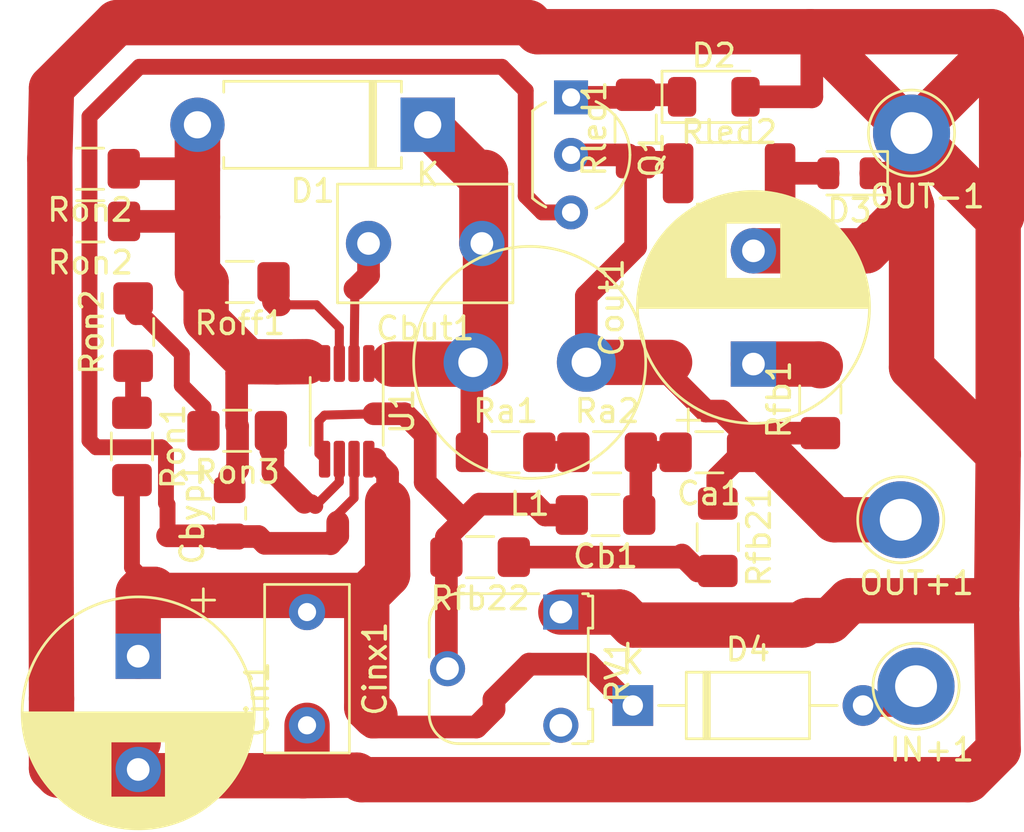
<source format=kicad_pcb>
(kicad_pcb (version 20171130) (host pcbnew 5.1.5)

  (general
    (thickness 1.6)
    (drawings 0)
    (tracks 217)
    (zones 0)
    (modules 31)
    (nets 20)
  )

  (page A4)
  (layers
    (0 F.Cu signal)
    (31 B.Cu signal)
    (32 B.Adhes user)
    (33 F.Adhes user)
    (34 B.Paste user)
    (35 F.Paste user)
    (36 B.SilkS user)
    (37 F.SilkS user)
    (38 B.Mask user)
    (39 F.Mask user)
    (40 Dwgs.User user)
    (41 Cmts.User user)
    (42 Eco1.User user)
    (43 Eco2.User user)
    (44 Edge.Cuts user)
    (45 Margin user)
    (46 B.CrtYd user)
    (47 F.CrtYd user)
    (48 B.Fab user)
    (49 F.Fab user)
  )

  (setup
    (last_trace_width 1)
    (user_trace_width 0.4)
    (user_trace_width 0.5)
    (user_trace_width 0.7)
    (user_trace_width 1)
    (user_trace_width 2)
    (trace_clearance 0.2)
    (zone_clearance 0.508)
    (zone_45_only no)
    (trace_min 0.2)
    (via_size 0.8)
    (via_drill 0.4)
    (via_min_size 0.4)
    (via_min_drill 0.3)
    (uvia_size 0.3)
    (uvia_drill 0.1)
    (uvias_allowed no)
    (uvia_min_size 0.2)
    (uvia_min_drill 0.1)
    (edge_width 0.05)
    (segment_width 0.2)
    (pcb_text_width 0.3)
    (pcb_text_size 1.5 1.5)
    (mod_edge_width 0.12)
    (mod_text_size 1 1)
    (mod_text_width 0.15)
    (pad_size 1.425 1.75)
    (pad_drill 0)
    (pad_to_mask_clearance 0.051)
    (solder_mask_min_width 0.25)
    (aux_axis_origin 0 0)
    (visible_elements FFFFFF7F)
    (pcbplotparams
      (layerselection 0x00000_7fffffff)
      (usegerberextensions false)
      (usegerberattributes false)
      (usegerberadvancedattributes false)
      (creategerberjobfile false)
      (excludeedgelayer true)
      (linewidth 0.100000)
      (plotframeref false)
      (viasonmask false)
      (mode 1)
      (useauxorigin false)
      (hpglpennumber 1)
      (hpglpenspeed 20)
      (hpglpendiameter 15.000000)
      (psnegative false)
      (psa4output false)
      (plotreference true)
      (plotvalue true)
      (plotinvisibletext false)
      (padsonsilk false)
      (subtractmaskfromsilk false)
      (outputformat 1)
      (mirror false)
      (drillshape 0)
      (scaleselection 1)
      (outputdirectory ""))
  )

  (net 0 "")
  (net 1 "Net-(Ca1-Pad1)")
  (net 2 "Net-(Ca1-Pad2)")
  (net 3 "Net-(Cb1-Pad2)")
  (net 4 "Net-(Cbut1-Pad1)")
  (net 5 "Net-(Cbut1-Pad2)")
  (net 6 "Net-(Cbyp1-Pad1)")
  (net 7 "Net-(Cbyp1-Pad2)")
  (net 8 "Net-(Cin1-Pad1)")
  (net 9 "Net-(D3-Pad2)")
  (net 10 "Net-(Ra1-Pad2)")
  (net 11 "Net-(Rfb21-Pad2)")
  (net 12 "Net-(Roff1-Pad1)")
  (net 13 "Net-(Ron1-Pad1)")
  (net 14 "Net-(Ron2-Pad2)")
  (net 15 "Net-(Ron3-Pad1)")
  (net 16 "Net-(Cout1-Pad1)")
  (net 17 "Net-(D2-Pad1)")
  (net 18 "Net-(RV1-Pad3)")
  (net 19 "Net-(D4-Pad2)")

  (net_class Default "This is the default net class."
    (clearance 0.2)
    (trace_width 0.25)
    (via_dia 0.8)
    (via_drill 0.4)
    (uvia_dia 0.3)
    (uvia_drill 0.1)
    (add_net "Net-(Ca1-Pad1)")
    (add_net "Net-(Ca1-Pad2)")
    (add_net "Net-(Cb1-Pad2)")
    (add_net "Net-(Cbut1-Pad1)")
    (add_net "Net-(Cbut1-Pad2)")
    (add_net "Net-(Cbyp1-Pad1)")
    (add_net "Net-(Cbyp1-Pad2)")
    (add_net "Net-(Cin1-Pad1)")
    (add_net "Net-(Cout1-Pad1)")
    (add_net "Net-(D2-Pad1)")
    (add_net "Net-(D3-Pad2)")
    (add_net "Net-(D4-Pad2)")
    (add_net "Net-(RV1-Pad3)")
    (add_net "Net-(Ra1-Pad2)")
    (add_net "Net-(Rfb21-Pad2)")
    (add_net "Net-(Roff1-Pad1)")
    (add_net "Net-(Ron1-Pad1)")
    (add_net "Net-(Ron2-Pad2)")
    (add_net "Net-(Ron3-Pad1)")
  )

  (module Resistor_SMD:R_2010_5025Metric (layer F.Cu) (tedit 5B301BBD) (tstamp 5EA723F5)
    (at 39.25 10.5)
    (descr "Resistor SMD 2010 (5025 Metric), square (rectangular) end terminal, IPC_7351 nominal, (Body size source: http://www.tortai-tech.com/upload/download/2011102023233369053.pdf), generated with kicad-footprint-generator")
    (tags resistor)
    (path /5EA7311F)
    (attr smd)
    (fp_text reference Rled2 (at 0 -1.82) (layer F.SilkS)
      (effects (font (size 1 1) (thickness 0.15)))
    )
    (fp_text value 10k (at 0 1.82) (layer F.Fab)
      (effects (font (size 1 1) (thickness 0.15)))
    )
    (fp_text user %R (at 0 0) (layer F.Fab)
      (effects (font (size 0.8 0.8) (thickness 0.12)))
    )
    (fp_line (start 3.18 1.58) (end -3.18 1.58) (layer F.CrtYd) (width 0.05))
    (fp_line (start 3.18 -1.58) (end 3.18 1.58) (layer F.CrtYd) (width 0.05))
    (fp_line (start -3.18 -1.58) (end 3.18 -1.58) (layer F.CrtYd) (width 0.05))
    (fp_line (start -3.18 1.58) (end -3.18 -1.58) (layer F.CrtYd) (width 0.05))
    (fp_line (start -1.402064 1.36) (end 1.402064 1.36) (layer F.SilkS) (width 0.12))
    (fp_line (start -1.402064 -1.36) (end 1.402064 -1.36) (layer F.SilkS) (width 0.12))
    (fp_line (start 2.5 1.25) (end -2.5 1.25) (layer F.Fab) (width 0.1))
    (fp_line (start 2.5 -1.25) (end 2.5 1.25) (layer F.Fab) (width 0.1))
    (fp_line (start -2.5 -1.25) (end 2.5 -1.25) (layer F.Fab) (width 0.1))
    (fp_line (start -2.5 1.25) (end -2.5 -1.25) (layer F.Fab) (width 0.1))
    (pad 2 smd roundrect (at 2.25 0) (size 1.35 2.65) (layers F.Cu F.Paste F.Mask) (roundrect_rratio 0.185185)
      (net 9 "Net-(D3-Pad2)"))
    (pad 1 smd roundrect (at -2.25 0) (size 1.35 2.65) (layers F.Cu F.Paste F.Mask) (roundrect_rratio 0.185185)
      (net 1 "Net-(Ca1-Pad1)"))
    (model ${KISYS3DMOD}/Resistor_SMD.3dshapes/R_2010_5025Metric.wrl
      (at (xyz 0 0 0))
      (scale (xyz 1 1 1))
      (rotate (xyz 0 0 0))
    )
  )

  (module Capacitor_THT:CP_Radial_D10.0mm_P5.00mm (layer F.Cu) (tedit 5AE50EF1) (tstamp 5E2258EA)
    (at 40.325 18.925 90)
    (descr "CP, Radial series, Radial, pin pitch=5.00mm, , diameter=10mm, Electrolytic Capacitor")
    (tags "CP Radial series Radial pin pitch 5.00mm  diameter 10mm Electrolytic Capacitor")
    (path /5E223A12)
    (fp_text reference Cout1 (at 2.5 -6.25 90) (layer F.SilkS)
      (effects (font (size 1 1) (thickness 0.15)))
    )
    (fp_text value 100uF (at 2.5 6.25 90) (layer F.Fab)
      (effects (font (size 1 1) (thickness 0.15)))
    )
    (fp_text user %R (at 2.5 0 90) (layer F.Fab)
      (effects (font (size 1 1) (thickness 0.15)))
    )
    (fp_line (start -2.479646 -3.375) (end -2.479646 -2.375) (layer F.SilkS) (width 0.12))
    (fp_line (start -2.979646 -2.875) (end -1.979646 -2.875) (layer F.SilkS) (width 0.12))
    (fp_line (start 7.581 -0.599) (end 7.581 0.599) (layer F.SilkS) (width 0.12))
    (fp_line (start 7.541 -0.862) (end 7.541 0.862) (layer F.SilkS) (width 0.12))
    (fp_line (start 7.501 -1.062) (end 7.501 1.062) (layer F.SilkS) (width 0.12))
    (fp_line (start 7.461 -1.23) (end 7.461 1.23) (layer F.SilkS) (width 0.12))
    (fp_line (start 7.421 -1.378) (end 7.421 1.378) (layer F.SilkS) (width 0.12))
    (fp_line (start 7.381 -1.51) (end 7.381 1.51) (layer F.SilkS) (width 0.12))
    (fp_line (start 7.341 -1.63) (end 7.341 1.63) (layer F.SilkS) (width 0.12))
    (fp_line (start 7.301 -1.742) (end 7.301 1.742) (layer F.SilkS) (width 0.12))
    (fp_line (start 7.261 -1.846) (end 7.261 1.846) (layer F.SilkS) (width 0.12))
    (fp_line (start 7.221 -1.944) (end 7.221 1.944) (layer F.SilkS) (width 0.12))
    (fp_line (start 7.181 -2.037) (end 7.181 2.037) (layer F.SilkS) (width 0.12))
    (fp_line (start 7.141 -2.125) (end 7.141 2.125) (layer F.SilkS) (width 0.12))
    (fp_line (start 7.101 -2.209) (end 7.101 2.209) (layer F.SilkS) (width 0.12))
    (fp_line (start 7.061 -2.289) (end 7.061 2.289) (layer F.SilkS) (width 0.12))
    (fp_line (start 7.021 -2.365) (end 7.021 2.365) (layer F.SilkS) (width 0.12))
    (fp_line (start 6.981 -2.439) (end 6.981 2.439) (layer F.SilkS) (width 0.12))
    (fp_line (start 6.941 -2.51) (end 6.941 2.51) (layer F.SilkS) (width 0.12))
    (fp_line (start 6.901 -2.579) (end 6.901 2.579) (layer F.SilkS) (width 0.12))
    (fp_line (start 6.861 -2.645) (end 6.861 2.645) (layer F.SilkS) (width 0.12))
    (fp_line (start 6.821 -2.709) (end 6.821 2.709) (layer F.SilkS) (width 0.12))
    (fp_line (start 6.781 -2.77) (end 6.781 2.77) (layer F.SilkS) (width 0.12))
    (fp_line (start 6.741 -2.83) (end 6.741 2.83) (layer F.SilkS) (width 0.12))
    (fp_line (start 6.701 -2.889) (end 6.701 2.889) (layer F.SilkS) (width 0.12))
    (fp_line (start 6.661 -2.945) (end 6.661 2.945) (layer F.SilkS) (width 0.12))
    (fp_line (start 6.621 -3) (end 6.621 3) (layer F.SilkS) (width 0.12))
    (fp_line (start 6.581 -3.054) (end 6.581 3.054) (layer F.SilkS) (width 0.12))
    (fp_line (start 6.541 -3.106) (end 6.541 3.106) (layer F.SilkS) (width 0.12))
    (fp_line (start 6.501 -3.156) (end 6.501 3.156) (layer F.SilkS) (width 0.12))
    (fp_line (start 6.461 -3.206) (end 6.461 3.206) (layer F.SilkS) (width 0.12))
    (fp_line (start 6.421 -3.254) (end 6.421 3.254) (layer F.SilkS) (width 0.12))
    (fp_line (start 6.381 -3.301) (end 6.381 3.301) (layer F.SilkS) (width 0.12))
    (fp_line (start 6.341 -3.347) (end 6.341 3.347) (layer F.SilkS) (width 0.12))
    (fp_line (start 6.301 -3.392) (end 6.301 3.392) (layer F.SilkS) (width 0.12))
    (fp_line (start 6.261 -3.436) (end 6.261 3.436) (layer F.SilkS) (width 0.12))
    (fp_line (start 6.221 1.241) (end 6.221 3.478) (layer F.SilkS) (width 0.12))
    (fp_line (start 6.221 -3.478) (end 6.221 -1.241) (layer F.SilkS) (width 0.12))
    (fp_line (start 6.181 1.241) (end 6.181 3.52) (layer F.SilkS) (width 0.12))
    (fp_line (start 6.181 -3.52) (end 6.181 -1.241) (layer F.SilkS) (width 0.12))
    (fp_line (start 6.141 1.241) (end 6.141 3.561) (layer F.SilkS) (width 0.12))
    (fp_line (start 6.141 -3.561) (end 6.141 -1.241) (layer F.SilkS) (width 0.12))
    (fp_line (start 6.101 1.241) (end 6.101 3.601) (layer F.SilkS) (width 0.12))
    (fp_line (start 6.101 -3.601) (end 6.101 -1.241) (layer F.SilkS) (width 0.12))
    (fp_line (start 6.061 1.241) (end 6.061 3.64) (layer F.SilkS) (width 0.12))
    (fp_line (start 6.061 -3.64) (end 6.061 -1.241) (layer F.SilkS) (width 0.12))
    (fp_line (start 6.021 1.241) (end 6.021 3.679) (layer F.SilkS) (width 0.12))
    (fp_line (start 6.021 -3.679) (end 6.021 -1.241) (layer F.SilkS) (width 0.12))
    (fp_line (start 5.981 1.241) (end 5.981 3.716) (layer F.SilkS) (width 0.12))
    (fp_line (start 5.981 -3.716) (end 5.981 -1.241) (layer F.SilkS) (width 0.12))
    (fp_line (start 5.941 1.241) (end 5.941 3.753) (layer F.SilkS) (width 0.12))
    (fp_line (start 5.941 -3.753) (end 5.941 -1.241) (layer F.SilkS) (width 0.12))
    (fp_line (start 5.901 1.241) (end 5.901 3.789) (layer F.SilkS) (width 0.12))
    (fp_line (start 5.901 -3.789) (end 5.901 -1.241) (layer F.SilkS) (width 0.12))
    (fp_line (start 5.861 1.241) (end 5.861 3.824) (layer F.SilkS) (width 0.12))
    (fp_line (start 5.861 -3.824) (end 5.861 -1.241) (layer F.SilkS) (width 0.12))
    (fp_line (start 5.821 1.241) (end 5.821 3.858) (layer F.SilkS) (width 0.12))
    (fp_line (start 5.821 -3.858) (end 5.821 -1.241) (layer F.SilkS) (width 0.12))
    (fp_line (start 5.781 1.241) (end 5.781 3.892) (layer F.SilkS) (width 0.12))
    (fp_line (start 5.781 -3.892) (end 5.781 -1.241) (layer F.SilkS) (width 0.12))
    (fp_line (start 5.741 1.241) (end 5.741 3.925) (layer F.SilkS) (width 0.12))
    (fp_line (start 5.741 -3.925) (end 5.741 -1.241) (layer F.SilkS) (width 0.12))
    (fp_line (start 5.701 1.241) (end 5.701 3.957) (layer F.SilkS) (width 0.12))
    (fp_line (start 5.701 -3.957) (end 5.701 -1.241) (layer F.SilkS) (width 0.12))
    (fp_line (start 5.661 1.241) (end 5.661 3.989) (layer F.SilkS) (width 0.12))
    (fp_line (start 5.661 -3.989) (end 5.661 -1.241) (layer F.SilkS) (width 0.12))
    (fp_line (start 5.621 1.241) (end 5.621 4.02) (layer F.SilkS) (width 0.12))
    (fp_line (start 5.621 -4.02) (end 5.621 -1.241) (layer F.SilkS) (width 0.12))
    (fp_line (start 5.581 1.241) (end 5.581 4.05) (layer F.SilkS) (width 0.12))
    (fp_line (start 5.581 -4.05) (end 5.581 -1.241) (layer F.SilkS) (width 0.12))
    (fp_line (start 5.541 1.241) (end 5.541 4.08) (layer F.SilkS) (width 0.12))
    (fp_line (start 5.541 -4.08) (end 5.541 -1.241) (layer F.SilkS) (width 0.12))
    (fp_line (start 5.501 1.241) (end 5.501 4.11) (layer F.SilkS) (width 0.12))
    (fp_line (start 5.501 -4.11) (end 5.501 -1.241) (layer F.SilkS) (width 0.12))
    (fp_line (start 5.461 1.241) (end 5.461 4.138) (layer F.SilkS) (width 0.12))
    (fp_line (start 5.461 -4.138) (end 5.461 -1.241) (layer F.SilkS) (width 0.12))
    (fp_line (start 5.421 1.241) (end 5.421 4.166) (layer F.SilkS) (width 0.12))
    (fp_line (start 5.421 -4.166) (end 5.421 -1.241) (layer F.SilkS) (width 0.12))
    (fp_line (start 5.381 1.241) (end 5.381 4.194) (layer F.SilkS) (width 0.12))
    (fp_line (start 5.381 -4.194) (end 5.381 -1.241) (layer F.SilkS) (width 0.12))
    (fp_line (start 5.341 1.241) (end 5.341 4.221) (layer F.SilkS) (width 0.12))
    (fp_line (start 5.341 -4.221) (end 5.341 -1.241) (layer F.SilkS) (width 0.12))
    (fp_line (start 5.301 1.241) (end 5.301 4.247) (layer F.SilkS) (width 0.12))
    (fp_line (start 5.301 -4.247) (end 5.301 -1.241) (layer F.SilkS) (width 0.12))
    (fp_line (start 5.261 1.241) (end 5.261 4.273) (layer F.SilkS) (width 0.12))
    (fp_line (start 5.261 -4.273) (end 5.261 -1.241) (layer F.SilkS) (width 0.12))
    (fp_line (start 5.221 1.241) (end 5.221 4.298) (layer F.SilkS) (width 0.12))
    (fp_line (start 5.221 -4.298) (end 5.221 -1.241) (layer F.SilkS) (width 0.12))
    (fp_line (start 5.181 1.241) (end 5.181 4.323) (layer F.SilkS) (width 0.12))
    (fp_line (start 5.181 -4.323) (end 5.181 -1.241) (layer F.SilkS) (width 0.12))
    (fp_line (start 5.141 1.241) (end 5.141 4.347) (layer F.SilkS) (width 0.12))
    (fp_line (start 5.141 -4.347) (end 5.141 -1.241) (layer F.SilkS) (width 0.12))
    (fp_line (start 5.101 1.241) (end 5.101 4.371) (layer F.SilkS) (width 0.12))
    (fp_line (start 5.101 -4.371) (end 5.101 -1.241) (layer F.SilkS) (width 0.12))
    (fp_line (start 5.061 1.241) (end 5.061 4.395) (layer F.SilkS) (width 0.12))
    (fp_line (start 5.061 -4.395) (end 5.061 -1.241) (layer F.SilkS) (width 0.12))
    (fp_line (start 5.021 1.241) (end 5.021 4.417) (layer F.SilkS) (width 0.12))
    (fp_line (start 5.021 -4.417) (end 5.021 -1.241) (layer F.SilkS) (width 0.12))
    (fp_line (start 4.981 1.241) (end 4.981 4.44) (layer F.SilkS) (width 0.12))
    (fp_line (start 4.981 -4.44) (end 4.981 -1.241) (layer F.SilkS) (width 0.12))
    (fp_line (start 4.941 1.241) (end 4.941 4.462) (layer F.SilkS) (width 0.12))
    (fp_line (start 4.941 -4.462) (end 4.941 -1.241) (layer F.SilkS) (width 0.12))
    (fp_line (start 4.901 1.241) (end 4.901 4.483) (layer F.SilkS) (width 0.12))
    (fp_line (start 4.901 -4.483) (end 4.901 -1.241) (layer F.SilkS) (width 0.12))
    (fp_line (start 4.861 1.241) (end 4.861 4.504) (layer F.SilkS) (width 0.12))
    (fp_line (start 4.861 -4.504) (end 4.861 -1.241) (layer F.SilkS) (width 0.12))
    (fp_line (start 4.821 1.241) (end 4.821 4.525) (layer F.SilkS) (width 0.12))
    (fp_line (start 4.821 -4.525) (end 4.821 -1.241) (layer F.SilkS) (width 0.12))
    (fp_line (start 4.781 1.241) (end 4.781 4.545) (layer F.SilkS) (width 0.12))
    (fp_line (start 4.781 -4.545) (end 4.781 -1.241) (layer F.SilkS) (width 0.12))
    (fp_line (start 4.741 1.241) (end 4.741 4.564) (layer F.SilkS) (width 0.12))
    (fp_line (start 4.741 -4.564) (end 4.741 -1.241) (layer F.SilkS) (width 0.12))
    (fp_line (start 4.701 1.241) (end 4.701 4.584) (layer F.SilkS) (width 0.12))
    (fp_line (start 4.701 -4.584) (end 4.701 -1.241) (layer F.SilkS) (width 0.12))
    (fp_line (start 4.661 1.241) (end 4.661 4.603) (layer F.SilkS) (width 0.12))
    (fp_line (start 4.661 -4.603) (end 4.661 -1.241) (layer F.SilkS) (width 0.12))
    (fp_line (start 4.621 1.241) (end 4.621 4.621) (layer F.SilkS) (width 0.12))
    (fp_line (start 4.621 -4.621) (end 4.621 -1.241) (layer F.SilkS) (width 0.12))
    (fp_line (start 4.581 1.241) (end 4.581 4.639) (layer F.SilkS) (width 0.12))
    (fp_line (start 4.581 -4.639) (end 4.581 -1.241) (layer F.SilkS) (width 0.12))
    (fp_line (start 4.541 1.241) (end 4.541 4.657) (layer F.SilkS) (width 0.12))
    (fp_line (start 4.541 -4.657) (end 4.541 -1.241) (layer F.SilkS) (width 0.12))
    (fp_line (start 4.501 1.241) (end 4.501 4.674) (layer F.SilkS) (width 0.12))
    (fp_line (start 4.501 -4.674) (end 4.501 -1.241) (layer F.SilkS) (width 0.12))
    (fp_line (start 4.461 1.241) (end 4.461 4.69) (layer F.SilkS) (width 0.12))
    (fp_line (start 4.461 -4.69) (end 4.461 -1.241) (layer F.SilkS) (width 0.12))
    (fp_line (start 4.421 1.241) (end 4.421 4.707) (layer F.SilkS) (width 0.12))
    (fp_line (start 4.421 -4.707) (end 4.421 -1.241) (layer F.SilkS) (width 0.12))
    (fp_line (start 4.381 1.241) (end 4.381 4.723) (layer F.SilkS) (width 0.12))
    (fp_line (start 4.381 -4.723) (end 4.381 -1.241) (layer F.SilkS) (width 0.12))
    (fp_line (start 4.341 1.241) (end 4.341 4.738) (layer F.SilkS) (width 0.12))
    (fp_line (start 4.341 -4.738) (end 4.341 -1.241) (layer F.SilkS) (width 0.12))
    (fp_line (start 4.301 1.241) (end 4.301 4.754) (layer F.SilkS) (width 0.12))
    (fp_line (start 4.301 -4.754) (end 4.301 -1.241) (layer F.SilkS) (width 0.12))
    (fp_line (start 4.261 1.241) (end 4.261 4.768) (layer F.SilkS) (width 0.12))
    (fp_line (start 4.261 -4.768) (end 4.261 -1.241) (layer F.SilkS) (width 0.12))
    (fp_line (start 4.221 1.241) (end 4.221 4.783) (layer F.SilkS) (width 0.12))
    (fp_line (start 4.221 -4.783) (end 4.221 -1.241) (layer F.SilkS) (width 0.12))
    (fp_line (start 4.181 1.241) (end 4.181 4.797) (layer F.SilkS) (width 0.12))
    (fp_line (start 4.181 -4.797) (end 4.181 -1.241) (layer F.SilkS) (width 0.12))
    (fp_line (start 4.141 1.241) (end 4.141 4.811) (layer F.SilkS) (width 0.12))
    (fp_line (start 4.141 -4.811) (end 4.141 -1.241) (layer F.SilkS) (width 0.12))
    (fp_line (start 4.101 1.241) (end 4.101 4.824) (layer F.SilkS) (width 0.12))
    (fp_line (start 4.101 -4.824) (end 4.101 -1.241) (layer F.SilkS) (width 0.12))
    (fp_line (start 4.061 1.241) (end 4.061 4.837) (layer F.SilkS) (width 0.12))
    (fp_line (start 4.061 -4.837) (end 4.061 -1.241) (layer F.SilkS) (width 0.12))
    (fp_line (start 4.021 1.241) (end 4.021 4.85) (layer F.SilkS) (width 0.12))
    (fp_line (start 4.021 -4.85) (end 4.021 -1.241) (layer F.SilkS) (width 0.12))
    (fp_line (start 3.981 1.241) (end 3.981 4.862) (layer F.SilkS) (width 0.12))
    (fp_line (start 3.981 -4.862) (end 3.981 -1.241) (layer F.SilkS) (width 0.12))
    (fp_line (start 3.941 1.241) (end 3.941 4.874) (layer F.SilkS) (width 0.12))
    (fp_line (start 3.941 -4.874) (end 3.941 -1.241) (layer F.SilkS) (width 0.12))
    (fp_line (start 3.901 1.241) (end 3.901 4.885) (layer F.SilkS) (width 0.12))
    (fp_line (start 3.901 -4.885) (end 3.901 -1.241) (layer F.SilkS) (width 0.12))
    (fp_line (start 3.861 1.241) (end 3.861 4.897) (layer F.SilkS) (width 0.12))
    (fp_line (start 3.861 -4.897) (end 3.861 -1.241) (layer F.SilkS) (width 0.12))
    (fp_line (start 3.821 1.241) (end 3.821 4.907) (layer F.SilkS) (width 0.12))
    (fp_line (start 3.821 -4.907) (end 3.821 -1.241) (layer F.SilkS) (width 0.12))
    (fp_line (start 3.781 1.241) (end 3.781 4.918) (layer F.SilkS) (width 0.12))
    (fp_line (start 3.781 -4.918) (end 3.781 -1.241) (layer F.SilkS) (width 0.12))
    (fp_line (start 3.741 -4.928) (end 3.741 4.928) (layer F.SilkS) (width 0.12))
    (fp_line (start 3.701 -4.938) (end 3.701 4.938) (layer F.SilkS) (width 0.12))
    (fp_line (start 3.661 -4.947) (end 3.661 4.947) (layer F.SilkS) (width 0.12))
    (fp_line (start 3.621 -4.956) (end 3.621 4.956) (layer F.SilkS) (width 0.12))
    (fp_line (start 3.581 -4.965) (end 3.581 4.965) (layer F.SilkS) (width 0.12))
    (fp_line (start 3.541 -4.974) (end 3.541 4.974) (layer F.SilkS) (width 0.12))
    (fp_line (start 3.501 -4.982) (end 3.501 4.982) (layer F.SilkS) (width 0.12))
    (fp_line (start 3.461 -4.99) (end 3.461 4.99) (layer F.SilkS) (width 0.12))
    (fp_line (start 3.421 -4.997) (end 3.421 4.997) (layer F.SilkS) (width 0.12))
    (fp_line (start 3.381 -5.004) (end 3.381 5.004) (layer F.SilkS) (width 0.12))
    (fp_line (start 3.341 -5.011) (end 3.341 5.011) (layer F.SilkS) (width 0.12))
    (fp_line (start 3.301 -5.018) (end 3.301 5.018) (layer F.SilkS) (width 0.12))
    (fp_line (start 3.261 -5.024) (end 3.261 5.024) (layer F.SilkS) (width 0.12))
    (fp_line (start 3.221 -5.03) (end 3.221 5.03) (layer F.SilkS) (width 0.12))
    (fp_line (start 3.18 -5.035) (end 3.18 5.035) (layer F.SilkS) (width 0.12))
    (fp_line (start 3.14 -5.04) (end 3.14 5.04) (layer F.SilkS) (width 0.12))
    (fp_line (start 3.1 -5.045) (end 3.1 5.045) (layer F.SilkS) (width 0.12))
    (fp_line (start 3.06 -5.05) (end 3.06 5.05) (layer F.SilkS) (width 0.12))
    (fp_line (start 3.02 -5.054) (end 3.02 5.054) (layer F.SilkS) (width 0.12))
    (fp_line (start 2.98 -5.058) (end 2.98 5.058) (layer F.SilkS) (width 0.12))
    (fp_line (start 2.94 -5.062) (end 2.94 5.062) (layer F.SilkS) (width 0.12))
    (fp_line (start 2.9 -5.065) (end 2.9 5.065) (layer F.SilkS) (width 0.12))
    (fp_line (start 2.86 -5.068) (end 2.86 5.068) (layer F.SilkS) (width 0.12))
    (fp_line (start 2.82 -5.07) (end 2.82 5.07) (layer F.SilkS) (width 0.12))
    (fp_line (start 2.78 -5.073) (end 2.78 5.073) (layer F.SilkS) (width 0.12))
    (fp_line (start 2.74 -5.075) (end 2.74 5.075) (layer F.SilkS) (width 0.12))
    (fp_line (start 2.7 -5.077) (end 2.7 5.077) (layer F.SilkS) (width 0.12))
    (fp_line (start 2.66 -5.078) (end 2.66 5.078) (layer F.SilkS) (width 0.12))
    (fp_line (start 2.62 -5.079) (end 2.62 5.079) (layer F.SilkS) (width 0.12))
    (fp_line (start 2.58 -5.08) (end 2.58 5.08) (layer F.SilkS) (width 0.12))
    (fp_line (start 2.54 -5.08) (end 2.54 5.08) (layer F.SilkS) (width 0.12))
    (fp_line (start 2.5 -5.08) (end 2.5 5.08) (layer F.SilkS) (width 0.12))
    (fp_line (start -1.288861 -2.6875) (end -1.288861 -1.6875) (layer F.Fab) (width 0.1))
    (fp_line (start -1.788861 -2.1875) (end -0.788861 -2.1875) (layer F.Fab) (width 0.1))
    (fp_circle (center 2.5 0) (end 7.75 0) (layer F.CrtYd) (width 0.05))
    (fp_circle (center 2.5 0) (end 7.62 0) (layer F.SilkS) (width 0.12))
    (fp_circle (center 2.5 0) (end 7.5 0) (layer F.Fab) (width 0.1))
    (pad 2 thru_hole circle (at 5 0 90) (size 2 2) (drill 1) (layers *.Cu *.Mask)
      (net 7 "Net-(Cbyp1-Pad2)"))
    (pad 1 thru_hole rect (at 0 0 90) (size 2 2) (drill 1) (layers *.Cu *.Mask)
      (net 16 "Net-(Cout1-Pad1)"))
    (model ${KISYS3DMOD}/Capacitor_THT.3dshapes/CP_Radial_D10.0mm_P5.00mm.wrl
      (at (xyz 0 0 0))
      (scale (xyz 1 1 1))
      (rotate (xyz 0 0 0))
    )
  )

  (module Capacitor_THT:CP_Radial_D10.0mm_P5.00mm (layer F.Cu) (tedit 5AE50EF1) (tstamp 5E22580B)
    (at 13.175 31.825 270)
    (descr "CP, Radial series, Radial, pin pitch=5.00mm, , diameter=10mm, Electrolytic Capacitor")
    (tags "CP Radial series Radial pin pitch 5.00mm  diameter 10mm Electrolytic Capacitor")
    (path /5E223536)
    (fp_text reference Cin1 (at 1.9 -5.25 90) (layer F.SilkS)
      (effects (font (size 1 1) (thickness 0.15)))
    )
    (fp_text value 47uF (at 1.9 5.25 90) (layer F.Fab)
      (effects (font (size 1 1) (thickness 0.15)))
    )
    (fp_text user %R (at 1.9 0 90) (layer F.Fab)
      (effects (font (size 1 1) (thickness 0.15)))
    )
    (fp_line (start -2.479646 -3.375) (end -2.479646 -2.375) (layer F.SilkS) (width 0.12))
    (fp_line (start -2.979646 -2.875) (end -1.979646 -2.875) (layer F.SilkS) (width 0.12))
    (fp_line (start 7.581 -0.599) (end 7.581 0.599) (layer F.SilkS) (width 0.12))
    (fp_line (start 7.541 -0.862) (end 7.541 0.862) (layer F.SilkS) (width 0.12))
    (fp_line (start 7.501 -1.062) (end 7.501 1.062) (layer F.SilkS) (width 0.12))
    (fp_line (start 7.461 -1.23) (end 7.461 1.23) (layer F.SilkS) (width 0.12))
    (fp_line (start 7.421 -1.378) (end 7.421 1.378) (layer F.SilkS) (width 0.12))
    (fp_line (start 7.381 -1.51) (end 7.381 1.51) (layer F.SilkS) (width 0.12))
    (fp_line (start 7.341 -1.63) (end 7.341 1.63) (layer F.SilkS) (width 0.12))
    (fp_line (start 7.301 -1.742) (end 7.301 1.742) (layer F.SilkS) (width 0.12))
    (fp_line (start 7.261 -1.846) (end 7.261 1.846) (layer F.SilkS) (width 0.12))
    (fp_line (start 7.221 -1.944) (end 7.221 1.944) (layer F.SilkS) (width 0.12))
    (fp_line (start 7.181 -2.037) (end 7.181 2.037) (layer F.SilkS) (width 0.12))
    (fp_line (start 7.141 -2.125) (end 7.141 2.125) (layer F.SilkS) (width 0.12))
    (fp_line (start 7.101 -2.209) (end 7.101 2.209) (layer F.SilkS) (width 0.12))
    (fp_line (start 7.061 -2.289) (end 7.061 2.289) (layer F.SilkS) (width 0.12))
    (fp_line (start 7.021 -2.365) (end 7.021 2.365) (layer F.SilkS) (width 0.12))
    (fp_line (start 6.981 -2.439) (end 6.981 2.439) (layer F.SilkS) (width 0.12))
    (fp_line (start 6.941 -2.51) (end 6.941 2.51) (layer F.SilkS) (width 0.12))
    (fp_line (start 6.901 -2.579) (end 6.901 2.579) (layer F.SilkS) (width 0.12))
    (fp_line (start 6.861 -2.645) (end 6.861 2.645) (layer F.SilkS) (width 0.12))
    (fp_line (start 6.821 -2.709) (end 6.821 2.709) (layer F.SilkS) (width 0.12))
    (fp_line (start 6.781 -2.77) (end 6.781 2.77) (layer F.SilkS) (width 0.12))
    (fp_line (start 6.741 -2.83) (end 6.741 2.83) (layer F.SilkS) (width 0.12))
    (fp_line (start 6.701 -2.889) (end 6.701 2.889) (layer F.SilkS) (width 0.12))
    (fp_line (start 6.661 -2.945) (end 6.661 2.945) (layer F.SilkS) (width 0.12))
    (fp_line (start 6.621 -3) (end 6.621 3) (layer F.SilkS) (width 0.12))
    (fp_line (start 6.581 -3.054) (end 6.581 3.054) (layer F.SilkS) (width 0.12))
    (fp_line (start 6.541 -3.106) (end 6.541 3.106) (layer F.SilkS) (width 0.12))
    (fp_line (start 6.501 -3.156) (end 6.501 3.156) (layer F.SilkS) (width 0.12))
    (fp_line (start 6.461 -3.206) (end 6.461 3.206) (layer F.SilkS) (width 0.12))
    (fp_line (start 6.421 -3.254) (end 6.421 3.254) (layer F.SilkS) (width 0.12))
    (fp_line (start 6.381 -3.301) (end 6.381 3.301) (layer F.SilkS) (width 0.12))
    (fp_line (start 6.341 -3.347) (end 6.341 3.347) (layer F.SilkS) (width 0.12))
    (fp_line (start 6.301 -3.392) (end 6.301 3.392) (layer F.SilkS) (width 0.12))
    (fp_line (start 6.261 -3.436) (end 6.261 3.436) (layer F.SilkS) (width 0.12))
    (fp_line (start 6.221 1.241) (end 6.221 3.478) (layer F.SilkS) (width 0.12))
    (fp_line (start 6.221 -3.478) (end 6.221 -1.241) (layer F.SilkS) (width 0.12))
    (fp_line (start 6.181 1.241) (end 6.181 3.52) (layer F.SilkS) (width 0.12))
    (fp_line (start 6.181 -3.52) (end 6.181 -1.241) (layer F.SilkS) (width 0.12))
    (fp_line (start 6.141 1.241) (end 6.141 3.561) (layer F.SilkS) (width 0.12))
    (fp_line (start 6.141 -3.561) (end 6.141 -1.241) (layer F.SilkS) (width 0.12))
    (fp_line (start 6.101 1.241) (end 6.101 3.601) (layer F.SilkS) (width 0.12))
    (fp_line (start 6.101 -3.601) (end 6.101 -1.241) (layer F.SilkS) (width 0.12))
    (fp_line (start 6.061 1.241) (end 6.061 3.64) (layer F.SilkS) (width 0.12))
    (fp_line (start 6.061 -3.64) (end 6.061 -1.241) (layer F.SilkS) (width 0.12))
    (fp_line (start 6.021 1.241) (end 6.021 3.679) (layer F.SilkS) (width 0.12))
    (fp_line (start 6.021 -3.679) (end 6.021 -1.241) (layer F.SilkS) (width 0.12))
    (fp_line (start 5.981 1.241) (end 5.981 3.716) (layer F.SilkS) (width 0.12))
    (fp_line (start 5.981 -3.716) (end 5.981 -1.241) (layer F.SilkS) (width 0.12))
    (fp_line (start 5.941 1.241) (end 5.941 3.753) (layer F.SilkS) (width 0.12))
    (fp_line (start 5.941 -3.753) (end 5.941 -1.241) (layer F.SilkS) (width 0.12))
    (fp_line (start 5.901 1.241) (end 5.901 3.789) (layer F.SilkS) (width 0.12))
    (fp_line (start 5.901 -3.789) (end 5.901 -1.241) (layer F.SilkS) (width 0.12))
    (fp_line (start 5.861 1.241) (end 5.861 3.824) (layer F.SilkS) (width 0.12))
    (fp_line (start 5.861 -3.824) (end 5.861 -1.241) (layer F.SilkS) (width 0.12))
    (fp_line (start 5.821 1.241) (end 5.821 3.858) (layer F.SilkS) (width 0.12))
    (fp_line (start 5.821 -3.858) (end 5.821 -1.241) (layer F.SilkS) (width 0.12))
    (fp_line (start 5.781 1.241) (end 5.781 3.892) (layer F.SilkS) (width 0.12))
    (fp_line (start 5.781 -3.892) (end 5.781 -1.241) (layer F.SilkS) (width 0.12))
    (fp_line (start 5.741 1.241) (end 5.741 3.925) (layer F.SilkS) (width 0.12))
    (fp_line (start 5.741 -3.925) (end 5.741 -1.241) (layer F.SilkS) (width 0.12))
    (fp_line (start 5.701 1.241) (end 5.701 3.957) (layer F.SilkS) (width 0.12))
    (fp_line (start 5.701 -3.957) (end 5.701 -1.241) (layer F.SilkS) (width 0.12))
    (fp_line (start 5.661 1.241) (end 5.661 3.989) (layer F.SilkS) (width 0.12))
    (fp_line (start 5.661 -3.989) (end 5.661 -1.241) (layer F.SilkS) (width 0.12))
    (fp_line (start 5.621 1.241) (end 5.621 4.02) (layer F.SilkS) (width 0.12))
    (fp_line (start 5.621 -4.02) (end 5.621 -1.241) (layer F.SilkS) (width 0.12))
    (fp_line (start 5.581 1.241) (end 5.581 4.05) (layer F.SilkS) (width 0.12))
    (fp_line (start 5.581 -4.05) (end 5.581 -1.241) (layer F.SilkS) (width 0.12))
    (fp_line (start 5.541 1.241) (end 5.541 4.08) (layer F.SilkS) (width 0.12))
    (fp_line (start 5.541 -4.08) (end 5.541 -1.241) (layer F.SilkS) (width 0.12))
    (fp_line (start 5.501 1.241) (end 5.501 4.11) (layer F.SilkS) (width 0.12))
    (fp_line (start 5.501 -4.11) (end 5.501 -1.241) (layer F.SilkS) (width 0.12))
    (fp_line (start 5.461 1.241) (end 5.461 4.138) (layer F.SilkS) (width 0.12))
    (fp_line (start 5.461 -4.138) (end 5.461 -1.241) (layer F.SilkS) (width 0.12))
    (fp_line (start 5.421 1.241) (end 5.421 4.166) (layer F.SilkS) (width 0.12))
    (fp_line (start 5.421 -4.166) (end 5.421 -1.241) (layer F.SilkS) (width 0.12))
    (fp_line (start 5.381 1.241) (end 5.381 4.194) (layer F.SilkS) (width 0.12))
    (fp_line (start 5.381 -4.194) (end 5.381 -1.241) (layer F.SilkS) (width 0.12))
    (fp_line (start 5.341 1.241) (end 5.341 4.221) (layer F.SilkS) (width 0.12))
    (fp_line (start 5.341 -4.221) (end 5.341 -1.241) (layer F.SilkS) (width 0.12))
    (fp_line (start 5.301 1.241) (end 5.301 4.247) (layer F.SilkS) (width 0.12))
    (fp_line (start 5.301 -4.247) (end 5.301 -1.241) (layer F.SilkS) (width 0.12))
    (fp_line (start 5.261 1.241) (end 5.261 4.273) (layer F.SilkS) (width 0.12))
    (fp_line (start 5.261 -4.273) (end 5.261 -1.241) (layer F.SilkS) (width 0.12))
    (fp_line (start 5.221 1.241) (end 5.221 4.298) (layer F.SilkS) (width 0.12))
    (fp_line (start 5.221 -4.298) (end 5.221 -1.241) (layer F.SilkS) (width 0.12))
    (fp_line (start 5.181 1.241) (end 5.181 4.323) (layer F.SilkS) (width 0.12))
    (fp_line (start 5.181 -4.323) (end 5.181 -1.241) (layer F.SilkS) (width 0.12))
    (fp_line (start 5.141 1.241) (end 5.141 4.347) (layer F.SilkS) (width 0.12))
    (fp_line (start 5.141 -4.347) (end 5.141 -1.241) (layer F.SilkS) (width 0.12))
    (fp_line (start 5.101 1.241) (end 5.101 4.371) (layer F.SilkS) (width 0.12))
    (fp_line (start 5.101 -4.371) (end 5.101 -1.241) (layer F.SilkS) (width 0.12))
    (fp_line (start 5.061 1.241) (end 5.061 4.395) (layer F.SilkS) (width 0.12))
    (fp_line (start 5.061 -4.395) (end 5.061 -1.241) (layer F.SilkS) (width 0.12))
    (fp_line (start 5.021 1.241) (end 5.021 4.417) (layer F.SilkS) (width 0.12))
    (fp_line (start 5.021 -4.417) (end 5.021 -1.241) (layer F.SilkS) (width 0.12))
    (fp_line (start 4.981 1.241) (end 4.981 4.44) (layer F.SilkS) (width 0.12))
    (fp_line (start 4.981 -4.44) (end 4.981 -1.241) (layer F.SilkS) (width 0.12))
    (fp_line (start 4.941 1.241) (end 4.941 4.462) (layer F.SilkS) (width 0.12))
    (fp_line (start 4.941 -4.462) (end 4.941 -1.241) (layer F.SilkS) (width 0.12))
    (fp_line (start 4.901 1.241) (end 4.901 4.483) (layer F.SilkS) (width 0.12))
    (fp_line (start 4.901 -4.483) (end 4.901 -1.241) (layer F.SilkS) (width 0.12))
    (fp_line (start 4.861 1.241) (end 4.861 4.504) (layer F.SilkS) (width 0.12))
    (fp_line (start 4.861 -4.504) (end 4.861 -1.241) (layer F.SilkS) (width 0.12))
    (fp_line (start 4.821 1.241) (end 4.821 4.525) (layer F.SilkS) (width 0.12))
    (fp_line (start 4.821 -4.525) (end 4.821 -1.241) (layer F.SilkS) (width 0.12))
    (fp_line (start 4.781 1.241) (end 4.781 4.545) (layer F.SilkS) (width 0.12))
    (fp_line (start 4.781 -4.545) (end 4.781 -1.241) (layer F.SilkS) (width 0.12))
    (fp_line (start 4.741 1.241) (end 4.741 4.564) (layer F.SilkS) (width 0.12))
    (fp_line (start 4.741 -4.564) (end 4.741 -1.241) (layer F.SilkS) (width 0.12))
    (fp_line (start 4.701 1.241) (end 4.701 4.584) (layer F.SilkS) (width 0.12))
    (fp_line (start 4.701 -4.584) (end 4.701 -1.241) (layer F.SilkS) (width 0.12))
    (fp_line (start 4.661 1.241) (end 4.661 4.603) (layer F.SilkS) (width 0.12))
    (fp_line (start 4.661 -4.603) (end 4.661 -1.241) (layer F.SilkS) (width 0.12))
    (fp_line (start 4.621 1.241) (end 4.621 4.621) (layer F.SilkS) (width 0.12))
    (fp_line (start 4.621 -4.621) (end 4.621 -1.241) (layer F.SilkS) (width 0.12))
    (fp_line (start 4.581 1.241) (end 4.581 4.639) (layer F.SilkS) (width 0.12))
    (fp_line (start 4.581 -4.639) (end 4.581 -1.241) (layer F.SilkS) (width 0.12))
    (fp_line (start 4.541 1.241) (end 4.541 4.657) (layer F.SilkS) (width 0.12))
    (fp_line (start 4.541 -4.657) (end 4.541 -1.241) (layer F.SilkS) (width 0.12))
    (fp_line (start 4.501 1.241) (end 4.501 4.674) (layer F.SilkS) (width 0.12))
    (fp_line (start 4.501 -4.674) (end 4.501 -1.241) (layer F.SilkS) (width 0.12))
    (fp_line (start 4.461 1.241) (end 4.461 4.69) (layer F.SilkS) (width 0.12))
    (fp_line (start 4.461 -4.69) (end 4.461 -1.241) (layer F.SilkS) (width 0.12))
    (fp_line (start 4.421 1.241) (end 4.421 4.707) (layer F.SilkS) (width 0.12))
    (fp_line (start 4.421 -4.707) (end 4.421 -1.241) (layer F.SilkS) (width 0.12))
    (fp_line (start 4.381 1.241) (end 4.381 4.723) (layer F.SilkS) (width 0.12))
    (fp_line (start 4.381 -4.723) (end 4.381 -1.241) (layer F.SilkS) (width 0.12))
    (fp_line (start 4.341 1.241) (end 4.341 4.738) (layer F.SilkS) (width 0.12))
    (fp_line (start 4.341 -4.738) (end 4.341 -1.241) (layer F.SilkS) (width 0.12))
    (fp_line (start 4.301 1.241) (end 4.301 4.754) (layer F.SilkS) (width 0.12))
    (fp_line (start 4.301 -4.754) (end 4.301 -1.241) (layer F.SilkS) (width 0.12))
    (fp_line (start 4.261 1.241) (end 4.261 4.768) (layer F.SilkS) (width 0.12))
    (fp_line (start 4.261 -4.768) (end 4.261 -1.241) (layer F.SilkS) (width 0.12))
    (fp_line (start 4.221 1.241) (end 4.221 4.783) (layer F.SilkS) (width 0.12))
    (fp_line (start 4.221 -4.783) (end 4.221 -1.241) (layer F.SilkS) (width 0.12))
    (fp_line (start 4.181 1.241) (end 4.181 4.797) (layer F.SilkS) (width 0.12))
    (fp_line (start 4.181 -4.797) (end 4.181 -1.241) (layer F.SilkS) (width 0.12))
    (fp_line (start 4.141 1.241) (end 4.141 4.811) (layer F.SilkS) (width 0.12))
    (fp_line (start 4.141 -4.811) (end 4.141 -1.241) (layer F.SilkS) (width 0.12))
    (fp_line (start 4.101 1.241) (end 4.101 4.824) (layer F.SilkS) (width 0.12))
    (fp_line (start 4.101 -4.824) (end 4.101 -1.241) (layer F.SilkS) (width 0.12))
    (fp_line (start 4.061 1.241) (end 4.061 4.837) (layer F.SilkS) (width 0.12))
    (fp_line (start 4.061 -4.837) (end 4.061 -1.241) (layer F.SilkS) (width 0.12))
    (fp_line (start 4.021 1.241) (end 4.021 4.85) (layer F.SilkS) (width 0.12))
    (fp_line (start 4.021 -4.85) (end 4.021 -1.241) (layer F.SilkS) (width 0.12))
    (fp_line (start 3.981 1.241) (end 3.981 4.862) (layer F.SilkS) (width 0.12))
    (fp_line (start 3.981 -4.862) (end 3.981 -1.241) (layer F.SilkS) (width 0.12))
    (fp_line (start 3.941 1.241) (end 3.941 4.874) (layer F.SilkS) (width 0.12))
    (fp_line (start 3.941 -4.874) (end 3.941 -1.241) (layer F.SilkS) (width 0.12))
    (fp_line (start 3.901 1.241) (end 3.901 4.885) (layer F.SilkS) (width 0.12))
    (fp_line (start 3.901 -4.885) (end 3.901 -1.241) (layer F.SilkS) (width 0.12))
    (fp_line (start 3.861 1.241) (end 3.861 4.897) (layer F.SilkS) (width 0.12))
    (fp_line (start 3.861 -4.897) (end 3.861 -1.241) (layer F.SilkS) (width 0.12))
    (fp_line (start 3.821 1.241) (end 3.821 4.907) (layer F.SilkS) (width 0.12))
    (fp_line (start 3.821 -4.907) (end 3.821 -1.241) (layer F.SilkS) (width 0.12))
    (fp_line (start 3.781 1.241) (end 3.781 4.918) (layer F.SilkS) (width 0.12))
    (fp_line (start 3.781 -4.918) (end 3.781 -1.241) (layer F.SilkS) (width 0.12))
    (fp_line (start 3.741 -4.928) (end 3.741 4.928) (layer F.SilkS) (width 0.12))
    (fp_line (start 3.701 -4.938) (end 3.701 4.938) (layer F.SilkS) (width 0.12))
    (fp_line (start 3.661 -4.947) (end 3.661 4.947) (layer F.SilkS) (width 0.12))
    (fp_line (start 3.621 -4.956) (end 3.621 4.956) (layer F.SilkS) (width 0.12))
    (fp_line (start 3.581 -4.965) (end 3.581 4.965) (layer F.SilkS) (width 0.12))
    (fp_line (start 3.541 -4.974) (end 3.541 4.974) (layer F.SilkS) (width 0.12))
    (fp_line (start 3.501 -4.982) (end 3.501 4.982) (layer F.SilkS) (width 0.12))
    (fp_line (start 3.461 -4.99) (end 3.461 4.99) (layer F.SilkS) (width 0.12))
    (fp_line (start 3.421 -4.997) (end 3.421 4.997) (layer F.SilkS) (width 0.12))
    (fp_line (start 3.381 -5.004) (end 3.381 5.004) (layer F.SilkS) (width 0.12))
    (fp_line (start 3.341 -5.011) (end 3.341 5.011) (layer F.SilkS) (width 0.12))
    (fp_line (start 3.301 -5.018) (end 3.301 5.018) (layer F.SilkS) (width 0.12))
    (fp_line (start 3.261 -5.024) (end 3.261 5.024) (layer F.SilkS) (width 0.12))
    (fp_line (start 3.221 -5.03) (end 3.221 5.03) (layer F.SilkS) (width 0.12))
    (fp_line (start 3.18 -5.035) (end 3.18 5.035) (layer F.SilkS) (width 0.12))
    (fp_line (start 3.14 -5.04) (end 3.14 5.04) (layer F.SilkS) (width 0.12))
    (fp_line (start 3.1 -5.045) (end 3.1 5.045) (layer F.SilkS) (width 0.12))
    (fp_line (start 3.06 -5.05) (end 3.06 5.05) (layer F.SilkS) (width 0.12))
    (fp_line (start 3.02 -5.054) (end 3.02 5.054) (layer F.SilkS) (width 0.12))
    (fp_line (start 2.98 -5.058) (end 2.98 5.058) (layer F.SilkS) (width 0.12))
    (fp_line (start 2.94 -5.062) (end 2.94 5.062) (layer F.SilkS) (width 0.12))
    (fp_line (start 2.9 -5.065) (end 2.9 5.065) (layer F.SilkS) (width 0.12))
    (fp_line (start 2.86 -5.068) (end 2.86 5.068) (layer F.SilkS) (width 0.12))
    (fp_line (start 2.82 -5.07) (end 2.82 5.07) (layer F.SilkS) (width 0.12))
    (fp_line (start 2.78 -5.073) (end 2.78 5.073) (layer F.SilkS) (width 0.12))
    (fp_line (start 2.74 -5.075) (end 2.74 5.075) (layer F.SilkS) (width 0.12))
    (fp_line (start 2.7 -5.077) (end 2.7 5.077) (layer F.SilkS) (width 0.12))
    (fp_line (start 2.66 -5.078) (end 2.66 5.078) (layer F.SilkS) (width 0.12))
    (fp_line (start 2.62 -5.079) (end 2.62 5.079) (layer F.SilkS) (width 0.12))
    (fp_line (start 2.58 -5.08) (end 2.58 5.08) (layer F.SilkS) (width 0.12))
    (fp_line (start 2.54 -5.08) (end 2.54 5.08) (layer F.SilkS) (width 0.12))
    (fp_line (start 2.5 -5.08) (end 2.5 5.08) (layer F.SilkS) (width 0.12))
    (fp_line (start -1.288861 -2.6875) (end -1.288861 -1.6875) (layer F.Fab) (width 0.1))
    (fp_line (start -1.788861 -2.1875) (end -0.788861 -2.1875) (layer F.Fab) (width 0.1))
    (fp_circle (center 2.5 0) (end 7.75 0) (layer F.CrtYd) (width 0.05))
    (fp_circle (center 2.5 0) (end 7.62 0) (layer F.SilkS) (width 0.12))
    (fp_circle (center 2.5 0) (end 7.5 0) (layer F.Fab) (width 0.1))
    (pad 2 thru_hole circle (at 5 0 270) (size 2 2) (drill 1) (layers *.Cu *.Mask)
      (net 7 "Net-(Cbyp1-Pad2)"))
    (pad 1 thru_hole rect (at 0 0 270) (size 2 2) (drill 1) (layers *.Cu *.Mask)
      (net 8 "Net-(Cin1-Pad1)"))
    (model ${KISYS3DMOD}/Capacitor_THT.3dshapes/CP_Radial_D10.0mm_P5.00mm.wrl
      (at (xyz 0 0 0))
      (scale (xyz 1 1 1))
      (rotate (xyz 0 0 0))
    )
  )

  (module Resistor_SMD:R_1206_3216Metric_Pad1.42x1.75mm_HandSolder (layer F.Cu) (tedit 5EA6D586) (tstamp 5EA74C0B)
    (at 11.05 10.3 180)
    (descr "Resistor SMD 1206 (3216 Metric), square (rectangular) end terminal, IPC_7351 nominal with elongated pad for handsoldering. (Body size source: http://www.tortai-tech.com/upload/download/2011102023233369053.pdf), generated with kicad-footprint-generator")
    (tags "resistor handsolder")
    (path /5E22A971)
    (attr smd)
    (fp_text reference Ron2 (at 0 -1.82) (layer F.SilkS)
      (effects (font (size 1 1) (thickness 0.15)))
    )
    (fp_text value 100k (at 0 1.82) (layer F.Fab)
      (effects (font (size 1 1) (thickness 0.15)))
    )
    (fp_line (start -1.6 0.8) (end -1.6 -0.8) (layer F.Fab) (width 0.1))
    (fp_line (start -1.6 -0.8) (end 1.6 -0.8) (layer F.Fab) (width 0.1))
    (fp_line (start 1.6 -0.8) (end 1.6 0.8) (layer F.Fab) (width 0.1))
    (fp_line (start 1.6 0.8) (end -1.6 0.8) (layer F.Fab) (width 0.1))
    (fp_line (start -0.602064 -0.91) (end 0.602064 -0.91) (layer F.SilkS) (width 0.12))
    (fp_line (start -0.602064 0.91) (end 0.602064 0.91) (layer F.SilkS) (width 0.12))
    (fp_line (start -2.45 1.12) (end -2.45 -1.12) (layer F.CrtYd) (width 0.05))
    (fp_line (start -2.45 -1.12) (end 2.45 -1.12) (layer F.CrtYd) (width 0.05))
    (fp_line (start 2.45 -1.12) (end 2.45 1.12) (layer F.CrtYd) (width 0.05))
    (fp_line (start 2.45 1.12) (end -2.45 1.12) (layer F.CrtYd) (width 0.05))
    (fp_text user %R (at 0 0) (layer F.Fab)
      (effects (font (size 0.8 0.8) (thickness 0.12)))
    )
    (pad 1 smd roundrect (at -1.4875 0 180) (size 1.425 1.75) (layers F.Cu F.Paste F.Mask) (roundrect_rratio 0.175)
      (net 13 "Net-(Ron1-Pad1)"))
    (pad 2 smd roundrect (at 1.4875 0 180) (size 1.425 1.75) (layers F.Cu F.Paste F.Mask) (roundrect_rratio 0.175)
      (net 14 "Net-(Ron2-Pad2)"))
    (model ${KISYS3DMOD}/Resistor_SMD.3dshapes/R_1206_3216Metric.wrl
      (at (xyz 0 0 0))
      (scale (xyz 1 1 1))
      (rotate (xyz 0 0 0))
    )
  )

  (module Resistor_SMD:R_1206_3216Metric_Pad1.42x1.75mm_HandSolder (layer F.Cu) (tedit 5EA6D586) (tstamp 5EA74D5A)
    (at 11.0625 12.625 180)
    (descr "Resistor SMD 1206 (3216 Metric), square (rectangular) end terminal, IPC_7351 nominal with elongated pad for handsoldering. (Body size source: http://www.tortai-tech.com/upload/download/2011102023233369053.pdf), generated with kicad-footprint-generator")
    (tags "resistor handsolder")
    (path /5E22A971)
    (attr smd)
    (fp_text reference Ron2 (at 0 -1.82) (layer F.SilkS)
      (effects (font (size 1 1) (thickness 0.15)))
    )
    (fp_text value 100k (at 0 1.82) (layer F.Fab)
      (effects (font (size 1 1) (thickness 0.15)))
    )
    (fp_text user %R (at 0 0) (layer F.Fab)
      (effects (font (size 0.8 0.8) (thickness 0.12)))
    )
    (fp_line (start 2.45 1.12) (end -2.45 1.12) (layer F.CrtYd) (width 0.05))
    (fp_line (start 2.45 -1.12) (end 2.45 1.12) (layer F.CrtYd) (width 0.05))
    (fp_line (start -2.45 -1.12) (end 2.45 -1.12) (layer F.CrtYd) (width 0.05))
    (fp_line (start -2.45 1.12) (end -2.45 -1.12) (layer F.CrtYd) (width 0.05))
    (fp_line (start -0.602064 0.91) (end 0.602064 0.91) (layer F.SilkS) (width 0.12))
    (fp_line (start -0.602064 -0.91) (end 0.602064 -0.91) (layer F.SilkS) (width 0.12))
    (fp_line (start 1.6 0.8) (end -1.6 0.8) (layer F.Fab) (width 0.1))
    (fp_line (start 1.6 -0.8) (end 1.6 0.8) (layer F.Fab) (width 0.1))
    (fp_line (start -1.6 -0.8) (end 1.6 -0.8) (layer F.Fab) (width 0.1))
    (fp_line (start -1.6 0.8) (end -1.6 -0.8) (layer F.Fab) (width 0.1))
    (pad 2 smd roundrect (at 1.4875 0 180) (size 1.425 1.75) (layers F.Cu F.Paste F.Mask) (roundrect_rratio 0.175)
      (net 14 "Net-(Ron2-Pad2)"))
    (pad 1 smd roundrect (at -1.4875 0 180) (size 1.425 1.75) (layers F.Cu F.Paste F.Mask) (roundrect_rratio 0.175)
      (net 13 "Net-(Ron1-Pad1)"))
    (model ${KISYS3DMOD}/Resistor_SMD.3dshapes/R_1206_3216Metric.wrl
      (at (xyz 0 0 0))
      (scale (xyz 1 1 1))
      (rotate (xyz 0 0 0))
    )
  )

  (module Capacitor_SMD:C_1206_3216Metric_Pad1.42x1.75mm_HandSolder (layer F.Cu) (tedit 5B301BBE) (tstamp 5E2277C9)
    (at 33.7975 25.59 180)
    (descr "Capacitor SMD 1206 (3216 Metric), square (rectangular) end terminal, IPC_7351 nominal with elongated pad for handsoldering. (Body size source: http://www.tortai-tech.com/upload/download/2011102023233369053.pdf), generated with kicad-footprint-generator")
    (tags "capacitor handsolder")
    (path /5E224A6D)
    (attr smd)
    (fp_text reference Cb1 (at 0 -1.82) (layer F.SilkS)
      (effects (font (size 1 1) (thickness 0.15)))
    )
    (fp_text value 100nF (at 0 1.82) (layer F.Fab)
      (effects (font (size 1 1) (thickness 0.15)))
    )
    (fp_text user %R (at 0 0) (layer F.Fab)
      (effects (font (size 0.8 0.8) (thickness 0.12)))
    )
    (fp_line (start 2.45 1.12) (end -2.45 1.12) (layer F.CrtYd) (width 0.05))
    (fp_line (start 2.45 -1.12) (end 2.45 1.12) (layer F.CrtYd) (width 0.05))
    (fp_line (start -2.45 -1.12) (end 2.45 -1.12) (layer F.CrtYd) (width 0.05))
    (fp_line (start -2.45 1.12) (end -2.45 -1.12) (layer F.CrtYd) (width 0.05))
    (fp_line (start -0.602064 0.91) (end 0.602064 0.91) (layer F.SilkS) (width 0.12))
    (fp_line (start -0.602064 -0.91) (end 0.602064 -0.91) (layer F.SilkS) (width 0.12))
    (fp_line (start 1.6 0.8) (end -1.6 0.8) (layer F.Fab) (width 0.1))
    (fp_line (start 1.6 -0.8) (end 1.6 0.8) (layer F.Fab) (width 0.1))
    (fp_line (start -1.6 -0.8) (end 1.6 -0.8) (layer F.Fab) (width 0.1))
    (fp_line (start -1.6 0.8) (end -1.6 -0.8) (layer F.Fab) (width 0.1))
    (pad 2 smd roundrect (at 1.4875 0 180) (size 1.425 1.75) (layers F.Cu F.Paste F.Mask) (roundrect_rratio 0.175439)
      (net 3 "Net-(Cb1-Pad2)"))
    (pad 1 smd roundrect (at -1.4875 0 180) (size 1.425 1.75) (layers F.Cu F.Paste F.Mask) (roundrect_rratio 0.175439)
      (net 2 "Net-(Ca1-Pad2)"))
    (model ${KISYS3DMOD}/Capacitor_SMD.3dshapes/C_1206_3216Metric.wrl
      (at (xyz 0 0 0))
      (scale (xyz 1 1 1))
      (rotate (xyz 0 0 0))
    )
  )

  (module Resistor_SMD:R_1206_3216Metric_Pad1.42x1.75mm_HandSolder (layer F.Cu) (tedit 5B301BBD) (tstamp 5E2259F5)
    (at 28.2625 27.45 180)
    (descr "Resistor SMD 1206 (3216 Metric), square (rectangular) end terminal, IPC_7351 nominal with elongated pad for handsoldering. (Body size source: http://www.tortai-tech.com/upload/download/2011102023233369053.pdf), generated with kicad-footprint-generator")
    (tags "resistor handsolder")
    (path /5E22BB75)
    (attr smd)
    (fp_text reference Rfb22 (at 0 -1.82) (layer F.SilkS)
      (effects (font (size 1 1) (thickness 0.15)))
    )
    (fp_text value 1k (at 0 1.82) (layer F.Fab)
      (effects (font (size 1 1) (thickness 0.15)))
    )
    (fp_line (start -1.6 0.8) (end -1.6 -0.8) (layer F.Fab) (width 0.1))
    (fp_line (start -1.6 -0.8) (end 1.6 -0.8) (layer F.Fab) (width 0.1))
    (fp_line (start 1.6 -0.8) (end 1.6 0.8) (layer F.Fab) (width 0.1))
    (fp_line (start 1.6 0.8) (end -1.6 0.8) (layer F.Fab) (width 0.1))
    (fp_line (start -0.602064 -0.91) (end 0.602064 -0.91) (layer F.SilkS) (width 0.12))
    (fp_line (start -0.602064 0.91) (end 0.602064 0.91) (layer F.SilkS) (width 0.12))
    (fp_line (start -2.45 1.12) (end -2.45 -1.12) (layer F.CrtYd) (width 0.05))
    (fp_line (start -2.45 -1.12) (end 2.45 -1.12) (layer F.CrtYd) (width 0.05))
    (fp_line (start 2.45 -1.12) (end 2.45 1.12) (layer F.CrtYd) (width 0.05))
    (fp_line (start 2.45 1.12) (end -2.45 1.12) (layer F.CrtYd) (width 0.05))
    (fp_text user %R (at 0 0) (layer F.Fab)
      (effects (font (size 0.8 0.8) (thickness 0.12)))
    )
    (pad 1 smd roundrect (at -1.4875 0 180) (size 1.425 1.75) (layers F.Cu F.Paste F.Mask) (roundrect_rratio 0.175439)
      (net 11 "Net-(Rfb21-Pad2)"))
    (pad 2 smd roundrect (at 1.4875 0 180) (size 1.425 1.75) (layers F.Cu F.Paste F.Mask) (roundrect_rratio 0.175439)
      (net 3 "Net-(Cb1-Pad2)"))
    (model ${KISYS3DMOD}/Resistor_SMD.3dshapes/R_1206_3216Metric.wrl
      (at (xyz 0 0 0))
      (scale (xyz 1 1 1))
      (rotate (xyz 0 0 0))
    )
  )

  (module Capacitor_SMD:C_1206_3216Metric_Pad1.42x1.75mm_HandSolder (layer F.Cu) (tedit 5B301BBE) (tstamp 5E227799)
    (at 38.3775 22.82 180)
    (descr "Capacitor SMD 1206 (3216 Metric), square (rectangular) end terminal, IPC_7351 nominal with elongated pad for handsoldering. (Body size source: http://www.tortai-tech.com/upload/download/2011102023233369053.pdf), generated with kicad-footprint-generator")
    (tags "capacitor handsolder")
    (path /5E224C3E)
    (attr smd)
    (fp_text reference Ca1 (at 0 -1.82) (layer F.SilkS)
      (effects (font (size 1 1) (thickness 0.15)))
    )
    (fp_text value 3.3nF (at 0 1.82) (layer F.Fab)
      (effects (font (size 1 1) (thickness 0.15)))
    )
    (fp_line (start -1.6 0.8) (end -1.6 -0.8) (layer F.Fab) (width 0.1))
    (fp_line (start -1.6 -0.8) (end 1.6 -0.8) (layer F.Fab) (width 0.1))
    (fp_line (start 1.6 -0.8) (end 1.6 0.8) (layer F.Fab) (width 0.1))
    (fp_line (start 1.6 0.8) (end -1.6 0.8) (layer F.Fab) (width 0.1))
    (fp_line (start -0.602064 -0.91) (end 0.602064 -0.91) (layer F.SilkS) (width 0.12))
    (fp_line (start -0.602064 0.91) (end 0.602064 0.91) (layer F.SilkS) (width 0.12))
    (fp_line (start -2.45 1.12) (end -2.45 -1.12) (layer F.CrtYd) (width 0.05))
    (fp_line (start -2.45 -1.12) (end 2.45 -1.12) (layer F.CrtYd) (width 0.05))
    (fp_line (start 2.45 -1.12) (end 2.45 1.12) (layer F.CrtYd) (width 0.05))
    (fp_line (start 2.45 1.12) (end -2.45 1.12) (layer F.CrtYd) (width 0.05))
    (fp_text user %R (at 0 0) (layer F.Fab)
      (effects (font (size 0.8 0.8) (thickness 0.12)))
    )
    (pad 1 smd roundrect (at -1.4875 0 180) (size 1.425 1.75) (layers F.Cu F.Paste F.Mask) (roundrect_rratio 0.175439)
      (net 1 "Net-(Ca1-Pad1)"))
    (pad 2 smd roundrect (at 1.4875 0 180) (size 1.425 1.75) (layers F.Cu F.Paste F.Mask) (roundrect_rratio 0.175439)
      (net 2 "Net-(Ca1-Pad2)"))
    (model ${KISYS3DMOD}/Capacitor_SMD.3dshapes/C_1206_3216Metric.wrl
      (at (xyz 0 0 0))
      (scale (xyz 1 1 1))
      (rotate (xyz 0 0 0))
    )
  )

  (module Capacitor_THT:C_Disc_D7.5mm_W5.0mm_P5.00mm (layer F.Cu) (tedit 5AE50EF0) (tstamp 5E225751)
    (at 28.34 13.6 180)
    (descr "C, Disc series, Radial, pin pitch=5.00mm, , diameter*width=7.5*5.0mm^2, Capacitor, http://www.vishay.com/docs/28535/vy2series.pdf")
    (tags "C Disc series Radial pin pitch 5.00mm  diameter 7.5mm width 5.0mm Capacitor")
    (path /5E225BB1)
    (fp_text reference Cbut1 (at 2.5 -3.75) (layer F.SilkS)
      (effects (font (size 1 1) (thickness 0.15)))
    )
    (fp_text value 10nF (at 2.5 3.75) (layer F.Fab)
      (effects (font (size 1 1) (thickness 0.15)))
    )
    (fp_line (start -1.25 -2.5) (end -1.25 2.5) (layer F.Fab) (width 0.1))
    (fp_line (start -1.25 2.5) (end 6.25 2.5) (layer F.Fab) (width 0.1))
    (fp_line (start 6.25 2.5) (end 6.25 -2.5) (layer F.Fab) (width 0.1))
    (fp_line (start 6.25 -2.5) (end -1.25 -2.5) (layer F.Fab) (width 0.1))
    (fp_line (start -1.37 -2.62) (end 6.37 -2.62) (layer F.SilkS) (width 0.12))
    (fp_line (start -1.37 2.62) (end 6.37 2.62) (layer F.SilkS) (width 0.12))
    (fp_line (start -1.37 -2.62) (end -1.37 2.62) (layer F.SilkS) (width 0.12))
    (fp_line (start 6.37 -2.62) (end 6.37 2.62) (layer F.SilkS) (width 0.12))
    (fp_line (start -1.5 -2.75) (end -1.5 2.75) (layer F.CrtYd) (width 0.05))
    (fp_line (start -1.5 2.75) (end 6.5 2.75) (layer F.CrtYd) (width 0.05))
    (fp_line (start 6.5 2.75) (end 6.5 -2.75) (layer F.CrtYd) (width 0.05))
    (fp_line (start 6.5 -2.75) (end -1.5 -2.75) (layer F.CrtYd) (width 0.05))
    (fp_text user %R (at 2.5 0) (layer F.Fab)
      (effects (font (size 1 1) (thickness 0.15)))
    )
    (pad 1 thru_hole circle (at 0 0 180) (size 2 2) (drill 1) (layers *.Cu *.Mask)
      (net 4 "Net-(Cbut1-Pad1)"))
    (pad 2 thru_hole circle (at 5 0 180) (size 2 2) (drill 1) (layers *.Cu *.Mask)
      (net 5 "Net-(Cbut1-Pad2)"))
    (model ${KISYS3DMOD}/Capacitor_THT.3dshapes/C_Disc_D7.5mm_W5.0mm_P5.00mm.wrl
      (at (xyz 0 0 0))
      (scale (xyz 1 1 1))
      (rotate (xyz 0 0 0))
    )
  )

  (module Capacitor_SMD:C_0805_2012Metric_Pad1.15x1.40mm_HandSolder (layer F.Cu) (tedit 5B36C52B) (tstamp 5E225762)
    (at 17.21 25.515 90)
    (descr "Capacitor SMD 0805 (2012 Metric), square (rectangular) end terminal, IPC_7351 nominal with elongated pad for handsoldering. (Body size source: https://docs.google.com/spreadsheets/d/1BsfQQcO9C6DZCsRaXUlFlo91Tg2WpOkGARC1WS5S8t0/edit?usp=sharing), generated with kicad-footprint-generator")
    (tags "capacitor handsolder")
    (path /5E22463E)
    (attr smd)
    (fp_text reference Cbyp1 (at 0 -1.65 90) (layer F.SilkS)
      (effects (font (size 1 1) (thickness 0.15)))
    )
    (fp_text value 0.47uF (at 0 1.65 90) (layer F.Fab)
      (effects (font (size 1 1) (thickness 0.15)))
    )
    (fp_line (start -1 0.6) (end -1 -0.6) (layer F.Fab) (width 0.1))
    (fp_line (start -1 -0.6) (end 1 -0.6) (layer F.Fab) (width 0.1))
    (fp_line (start 1 -0.6) (end 1 0.6) (layer F.Fab) (width 0.1))
    (fp_line (start 1 0.6) (end -1 0.6) (layer F.Fab) (width 0.1))
    (fp_line (start -0.261252 -0.71) (end 0.261252 -0.71) (layer F.SilkS) (width 0.12))
    (fp_line (start -0.261252 0.71) (end 0.261252 0.71) (layer F.SilkS) (width 0.12))
    (fp_line (start -1.85 0.95) (end -1.85 -0.95) (layer F.CrtYd) (width 0.05))
    (fp_line (start -1.85 -0.95) (end 1.85 -0.95) (layer F.CrtYd) (width 0.05))
    (fp_line (start 1.85 -0.95) (end 1.85 0.95) (layer F.CrtYd) (width 0.05))
    (fp_line (start 1.85 0.95) (end -1.85 0.95) (layer F.CrtYd) (width 0.05))
    (fp_text user %R (at 0 0 90) (layer F.Fab)
      (effects (font (size 0.5 0.5) (thickness 0.08)))
    )
    (pad 1 smd roundrect (at -1.025 0 90) (size 1.15 1.4) (layers F.Cu F.Paste F.Mask) (roundrect_rratio 0.217391)
      (net 6 "Net-(Cbyp1-Pad1)"))
    (pad 2 smd roundrect (at 1.025 0 90) (size 1.15 1.4) (layers F.Cu F.Paste F.Mask) (roundrect_rratio 0.217391)
      (net 7 "Net-(Cbyp1-Pad2)"))
    (model ${KISYS3DMOD}/Capacitor_SMD.3dshapes/C_0805_2012Metric.wrl
      (at (xyz 0 0 0))
      (scale (xyz 1 1 1))
      (rotate (xyz 0 0 0))
    )
  )

  (module Capacitor_THT:C_Rect_L7.2mm_W3.5mm_P5.00mm_FKS2_FKP2_MKS2_MKP2 (layer F.Cu) (tedit 5AE50EF0) (tstamp 5EA74FEA)
    (at 20.625 29.875 270)
    (descr "C, Rect series, Radial, pin pitch=5.00mm, , length*width=7.2*3.5mm^2, Capacitor, http://www.wima.com/EN/WIMA_FKS_2.pdf")
    (tags "C Rect series Radial pin pitch 5.00mm  length 7.2mm width 3.5mm Capacitor")
    (path /5E22372F)
    (fp_text reference Cinx1 (at 2.5 -3 90) (layer F.SilkS)
      (effects (font (size 1 1) (thickness 0.15)))
    )
    (fp_text value 100nF (at 2.5 3 90) (layer F.Fab)
      (effects (font (size 1 1) (thickness 0.15)))
    )
    (fp_line (start -1.1 -1.75) (end -1.1 1.75) (layer F.Fab) (width 0.1))
    (fp_line (start -1.1 1.75) (end 6.1 1.75) (layer F.Fab) (width 0.1))
    (fp_line (start 6.1 1.75) (end 6.1 -1.75) (layer F.Fab) (width 0.1))
    (fp_line (start 6.1 -1.75) (end -1.1 -1.75) (layer F.Fab) (width 0.1))
    (fp_line (start -1.22 -1.87) (end 6.22 -1.87) (layer F.SilkS) (width 0.12))
    (fp_line (start -1.22 1.87) (end 6.22 1.87) (layer F.SilkS) (width 0.12))
    (fp_line (start -1.22 -1.87) (end -1.22 1.87) (layer F.SilkS) (width 0.12))
    (fp_line (start 6.22 -1.87) (end 6.22 1.87) (layer F.SilkS) (width 0.12))
    (fp_line (start -1.35 -2) (end -1.35 2) (layer F.CrtYd) (width 0.05))
    (fp_line (start -1.35 2) (end 6.35 2) (layer F.CrtYd) (width 0.05))
    (fp_line (start 6.35 2) (end 6.35 -2) (layer F.CrtYd) (width 0.05))
    (fp_line (start 6.35 -2) (end -1.35 -2) (layer F.CrtYd) (width 0.05))
    (fp_text user %R (at 2.5 0 90) (layer F.Fab)
      (effects (font (size 1 1) (thickness 0.15)))
    )
    (pad 1 thru_hole circle (at 0 0 270) (size 1.6 1.6) (drill 0.8) (layers *.Cu *.Mask)
      (net 8 "Net-(Cin1-Pad1)"))
    (pad 2 thru_hole circle (at 5 0 270) (size 1.6 1.6) (drill 0.8) (layers *.Cu *.Mask)
      (net 7 "Net-(Cbyp1-Pad2)"))
    (model ${KISYS3DMOD}/Capacitor_THT.3dshapes/C_Rect_L7.2mm_W3.5mm_P5.00mm_FKS2_FKP2_MKS2_MKP2.wrl
      (at (xyz 0 0 0))
      (scale (xyz 1 1 1))
      (rotate (xyz 0 0 0))
    )
  )

  (module Diode_THT:D_DO-15_P10.16mm_Horizontal (layer F.Cu) (tedit 5AE50CD5) (tstamp 5E225909)
    (at 25.95 8.36 180)
    (descr "Diode, DO-15 series, Axial, Horizontal, pin pitch=10.16mm, , length*diameter=7.6*3.6mm^2, , http://www.diodes.com/_files/packages/DO-15.pdf")
    (tags "Diode DO-15 series Axial Horizontal pin pitch 10.16mm  length 7.6mm diameter 3.6mm")
    (path /5E227563)
    (fp_text reference D1 (at 5.08 -2.92) (layer F.SilkS)
      (effects (font (size 1 1) (thickness 0.15)))
    )
    (fp_text value D (at 5.08 2.92) (layer F.Fab)
      (effects (font (size 1 1) (thickness 0.15)))
    )
    (fp_line (start 1.28 -1.8) (end 1.28 1.8) (layer F.Fab) (width 0.1))
    (fp_line (start 1.28 1.8) (end 8.88 1.8) (layer F.Fab) (width 0.1))
    (fp_line (start 8.88 1.8) (end 8.88 -1.8) (layer F.Fab) (width 0.1))
    (fp_line (start 8.88 -1.8) (end 1.28 -1.8) (layer F.Fab) (width 0.1))
    (fp_line (start 0 0) (end 1.28 0) (layer F.Fab) (width 0.1))
    (fp_line (start 10.16 0) (end 8.88 0) (layer F.Fab) (width 0.1))
    (fp_line (start 2.42 -1.8) (end 2.42 1.8) (layer F.Fab) (width 0.1))
    (fp_line (start 2.52 -1.8) (end 2.52 1.8) (layer F.Fab) (width 0.1))
    (fp_line (start 2.32 -1.8) (end 2.32 1.8) (layer F.Fab) (width 0.1))
    (fp_line (start 1.16 -1.44) (end 1.16 -1.92) (layer F.SilkS) (width 0.12))
    (fp_line (start 1.16 -1.92) (end 9 -1.92) (layer F.SilkS) (width 0.12))
    (fp_line (start 9 -1.92) (end 9 -1.44) (layer F.SilkS) (width 0.12))
    (fp_line (start 1.16 1.44) (end 1.16 1.92) (layer F.SilkS) (width 0.12))
    (fp_line (start 1.16 1.92) (end 9 1.92) (layer F.SilkS) (width 0.12))
    (fp_line (start 9 1.92) (end 9 1.44) (layer F.SilkS) (width 0.12))
    (fp_line (start 2.42 -1.92) (end 2.42 1.92) (layer F.SilkS) (width 0.12))
    (fp_line (start 2.54 -1.92) (end 2.54 1.92) (layer F.SilkS) (width 0.12))
    (fp_line (start 2.3 -1.92) (end 2.3 1.92) (layer F.SilkS) (width 0.12))
    (fp_line (start -1.45 -2.05) (end -1.45 2.05) (layer F.CrtYd) (width 0.05))
    (fp_line (start -1.45 2.05) (end 11.61 2.05) (layer F.CrtYd) (width 0.05))
    (fp_line (start 11.61 2.05) (end 11.61 -2.05) (layer F.CrtYd) (width 0.05))
    (fp_line (start 11.61 -2.05) (end -1.45 -2.05) (layer F.CrtYd) (width 0.05))
    (fp_text user %R (at 5.65 0) (layer F.Fab)
      (effects (font (size 1 1) (thickness 0.15)))
    )
    (fp_text user K (at 0 -2.2) (layer F.Fab)
      (effects (font (size 1 1) (thickness 0.15)))
    )
    (fp_text user K (at 0 -2.2) (layer F.SilkS)
      (effects (font (size 1 1) (thickness 0.15)))
    )
    (pad 1 thru_hole rect (at 0 0 180) (size 2.4 2.4) (drill 1.2) (layers *.Cu *.Mask)
      (net 4 "Net-(Cbut1-Pad1)"))
    (pad 2 thru_hole oval (at 10.16 0 180) (size 2.4 2.4) (drill 1.2) (layers *.Cu *.Mask)
      (net 7 "Net-(Cbyp1-Pad2)"))
    (model ${KISYS3DMOD}/Diode_THT.3dshapes/D_DO-15_P10.16mm_Horizontal.wrl
      (at (xyz 0 0 0))
      (scale (xyz 1 1 1))
      (rotate (xyz 0 0 0))
    )
  )

  (module TestPoint:TestPoint_Loop_D2.50mm_Drill1.85mm (layer F.Cu) (tedit 5A0F774F) (tstamp 5E22A565)
    (at 47.5 33.15)
    (descr "wire loop as test point, loop diameter 2.5mm, hole diameter 1.85mm")
    (tags "test point wire loop bead")
    (path /5E2351D4)
    (fp_text reference IN+1 (at 0.7 2.8) (layer F.SilkS)
      (effects (font (size 1 1) (thickness 0.15)))
    )
    (fp_text value TestPoint (at 0 -2.8) (layer F.Fab)
      (effects (font (size 1 1) (thickness 0.15)))
    )
    (fp_text user %R (at 0.7 2.8) (layer F.Fab)
      (effects (font (size 1 1) (thickness 0.15)))
    )
    (fp_line (start 1.3 -0.2) (end -1.3 -0.2) (layer F.Fab) (width 0.12))
    (fp_line (start 1.3 0.2) (end 1.3 -0.2) (layer F.Fab) (width 0.12))
    (fp_line (start -1.3 0.2) (end 1.3 0.2) (layer F.Fab) (width 0.12))
    (fp_line (start -1.3 -0.2) (end -1.3 0.2) (layer F.Fab) (width 0.12))
    (fp_circle (center 0 0) (end 1.9 0) (layer F.SilkS) (width 0.12))
    (fp_circle (center 0 0) (end 2.2 0) (layer F.CrtYd) (width 0.05))
    (pad 1 thru_hole circle (at 0 0) (size 3.4 3.4) (drill 1.85) (layers *.Cu *.Mask)
      (net 19 "Net-(D4-Pad2)"))
    (model ${KISYS3DMOD}/TestPoint.3dshapes/TestPoint_Loop_D2.50mm_Drill1.85mm.wrl
      (at (xyz 0 0 0))
      (scale (xyz 1 1 1))
      (rotate (xyz 0 0 0))
    )
  )

  (module TestPoint:TestPoint_Loop_D2.50mm_Drill1.85mm (layer F.Cu) (tedit 5A0F774F) (tstamp 5E225994)
    (at 46.825 25.8)
    (descr "wire loop as test point, loop diameter 2.5mm, hole diameter 1.85mm")
    (tags "test point wire loop bead")
    (path /5E2374B1)
    (fp_text reference OUT+1 (at 0.7 2.8) (layer F.SilkS)
      (effects (font (size 1 1) (thickness 0.15)))
    )
    (fp_text value TestPoint (at 0 -2.8) (layer F.Fab)
      (effects (font (size 1 1) (thickness 0.15)))
    )
    (fp_circle (center 0 0) (end 2.2 0) (layer F.CrtYd) (width 0.05))
    (fp_circle (center 0 0) (end 1.9 0) (layer F.SilkS) (width 0.12))
    (fp_line (start -1.3 -0.2) (end -1.3 0.2) (layer F.Fab) (width 0.12))
    (fp_line (start -1.3 0.2) (end 1.3 0.2) (layer F.Fab) (width 0.12))
    (fp_line (start 1.3 0.2) (end 1.3 -0.2) (layer F.Fab) (width 0.12))
    (fp_line (start 1.3 -0.2) (end -1.3 -0.2) (layer F.Fab) (width 0.12))
    (fp_text user %R (at 0.7 2.8) (layer F.Fab)
      (effects (font (size 1 1) (thickness 0.15)))
    )
    (pad 1 thru_hole circle (at 0 0) (size 3.4 3.4) (drill 1.85) (layers *.Cu *.Mask)
      (net 1 "Net-(Ca1-Pad1)"))
    (model ${KISYS3DMOD}/TestPoint.3dshapes/TestPoint_Loop_D2.50mm_Drill1.85mm.wrl
      (at (xyz 0 0 0))
      (scale (xyz 1 1 1))
      (rotate (xyz 0 0 0))
    )
  )

  (module TestPoint:TestPoint_Loop_D2.50mm_Drill1.85mm (layer F.Cu) (tedit 5A0F774F) (tstamp 5E2259A0)
    (at 47.3 8.725)
    (descr "wire loop as test point, loop diameter 2.5mm, hole diameter 1.85mm")
    (tags "test point wire loop bead")
    (path /5E23705C)
    (fp_text reference OUT-1 (at 0.7 2.8) (layer F.SilkS)
      (effects (font (size 1 1) (thickness 0.15)))
    )
    (fp_text value TestPoint (at 0 -2.8) (layer F.Fab)
      (effects (font (size 1 1) (thickness 0.15)))
    )
    (fp_text user %R (at 0.7 2.8) (layer F.Fab)
      (effects (font (size 1 1) (thickness 0.15)))
    )
    (fp_line (start 1.3 -0.2) (end -1.3 -0.2) (layer F.Fab) (width 0.12))
    (fp_line (start 1.3 0.2) (end 1.3 -0.2) (layer F.Fab) (width 0.12))
    (fp_line (start -1.3 0.2) (end 1.3 0.2) (layer F.Fab) (width 0.12))
    (fp_line (start -1.3 -0.2) (end -1.3 0.2) (layer F.Fab) (width 0.12))
    (fp_circle (center 0 0) (end 1.9 0) (layer F.SilkS) (width 0.12))
    (fp_circle (center 0 0) (end 2.2 0) (layer F.CrtYd) (width 0.05))
    (pad 1 thru_hole circle (at 0 0) (size 3.4 3.4) (drill 1.85) (layers *.Cu *.Mask)
      (net 7 "Net-(Cbyp1-Pad2)"))
    (model ${KISYS3DMOD}/TestPoint.3dshapes/TestPoint_Loop_D2.50mm_Drill1.85mm.wrl
      (at (xyz 0 0 0))
      (scale (xyz 1 1 1))
      (rotate (xyz 0 0 0))
    )
  )

  (module Resistor_SMD:R_1206_3216Metric_Pad1.42x1.75mm_HandSolder (layer F.Cu) (tedit 5B301BBD) (tstamp 5E22770F)
    (at 29.3875 22.82)
    (descr "Resistor SMD 1206 (3216 Metric), square (rectangular) end terminal, IPC_7351 nominal with elongated pad for handsoldering. (Body size source: http://www.tortai-tech.com/upload/download/2011102023233369053.pdf), generated with kicad-footprint-generator")
    (tags "resistor handsolder")
    (path /5E22BED5)
    (attr smd)
    (fp_text reference Ra1 (at 0 -1.82) (layer F.SilkS)
      (effects (font (size 1 1) (thickness 0.15)))
    )
    (fp_text value 100k (at 0 1.82) (layer F.Fab)
      (effects (font (size 1 1) (thickness 0.15)))
    )
    (fp_text user %R (at 0 0) (layer F.Fab)
      (effects (font (size 0.8 0.8) (thickness 0.12)))
    )
    (fp_line (start 2.45 1.12) (end -2.45 1.12) (layer F.CrtYd) (width 0.05))
    (fp_line (start 2.45 -1.12) (end 2.45 1.12) (layer F.CrtYd) (width 0.05))
    (fp_line (start -2.45 -1.12) (end 2.45 -1.12) (layer F.CrtYd) (width 0.05))
    (fp_line (start -2.45 1.12) (end -2.45 -1.12) (layer F.CrtYd) (width 0.05))
    (fp_line (start -0.602064 0.91) (end 0.602064 0.91) (layer F.SilkS) (width 0.12))
    (fp_line (start -0.602064 -0.91) (end 0.602064 -0.91) (layer F.SilkS) (width 0.12))
    (fp_line (start 1.6 0.8) (end -1.6 0.8) (layer F.Fab) (width 0.1))
    (fp_line (start 1.6 -0.8) (end 1.6 0.8) (layer F.Fab) (width 0.1))
    (fp_line (start -1.6 -0.8) (end 1.6 -0.8) (layer F.Fab) (width 0.1))
    (fp_line (start -1.6 0.8) (end -1.6 -0.8) (layer F.Fab) (width 0.1))
    (pad 2 smd roundrect (at 1.4875 0) (size 1.425 1.75) (layers F.Cu F.Paste F.Mask) (roundrect_rratio 0.175439)
      (net 10 "Net-(Ra1-Pad2)"))
    (pad 1 smd roundrect (at -1.4875 0) (size 1.425 1.75) (layers F.Cu F.Paste F.Mask) (roundrect_rratio 0.175439)
      (net 4 "Net-(Cbut1-Pad1)"))
    (model ${KISYS3DMOD}/Resistor_SMD.3dshapes/R_1206_3216Metric.wrl
      (at (xyz 0 0 0))
      (scale (xyz 1 1 1))
      (rotate (xyz 0 0 0))
    )
  )

  (module Resistor_SMD:R_1206_3216Metric_Pad1.42x1.75mm_HandSolder (layer F.Cu) (tedit 5B301BBD) (tstamp 5E2276DF)
    (at 33.8675 22.82)
    (descr "Resistor SMD 1206 (3216 Metric), square (rectangular) end terminal, IPC_7351 nominal with elongated pad for handsoldering. (Body size source: http://www.tortai-tech.com/upload/download/2011102023233369053.pdf), generated with kicad-footprint-generator")
    (tags "resistor handsolder")
    (path /5E22C192)
    (attr smd)
    (fp_text reference Ra2 (at 0 -1.82) (layer F.SilkS)
      (effects (font (size 1 1) (thickness 0.15)))
    )
    (fp_text value 100k (at 0 1.82) (layer F.Fab)
      (effects (font (size 1 1) (thickness 0.15)))
    )
    (fp_line (start -1.6 0.8) (end -1.6 -0.8) (layer F.Fab) (width 0.1))
    (fp_line (start -1.6 -0.8) (end 1.6 -0.8) (layer F.Fab) (width 0.1))
    (fp_line (start 1.6 -0.8) (end 1.6 0.8) (layer F.Fab) (width 0.1))
    (fp_line (start 1.6 0.8) (end -1.6 0.8) (layer F.Fab) (width 0.1))
    (fp_line (start -0.602064 -0.91) (end 0.602064 -0.91) (layer F.SilkS) (width 0.12))
    (fp_line (start -0.602064 0.91) (end 0.602064 0.91) (layer F.SilkS) (width 0.12))
    (fp_line (start -2.45 1.12) (end -2.45 -1.12) (layer F.CrtYd) (width 0.05))
    (fp_line (start -2.45 -1.12) (end 2.45 -1.12) (layer F.CrtYd) (width 0.05))
    (fp_line (start 2.45 -1.12) (end 2.45 1.12) (layer F.CrtYd) (width 0.05))
    (fp_line (start 2.45 1.12) (end -2.45 1.12) (layer F.CrtYd) (width 0.05))
    (fp_text user %R (at 0 0) (layer F.Fab)
      (effects (font (size 0.8 0.8) (thickness 0.12)))
    )
    (pad 1 smd roundrect (at -1.4875 0) (size 1.425 1.75) (layers F.Cu F.Paste F.Mask) (roundrect_rratio 0.175439)
      (net 10 "Net-(Ra1-Pad2)"))
    (pad 2 smd roundrect (at 1.4875 0) (size 1.425 1.75) (layers F.Cu F.Paste F.Mask) (roundrect_rratio 0.175439)
      (net 2 "Net-(Ca1-Pad2)"))
    (model ${KISYS3DMOD}/Resistor_SMD.3dshapes/R_1206_3216Metric.wrl
      (at (xyz 0 0 0))
      (scale (xyz 1 1 1))
      (rotate (xyz 0 0 0))
    )
  )

  (module Resistor_SMD:R_1206_3216Metric_Pad1.42x1.75mm_HandSolder (layer F.Cu) (tedit 5B301BBD) (tstamp 5E2259E4)
    (at 38.75 26.5725 270)
    (descr "Resistor SMD 1206 (3216 Metric), square (rectangular) end terminal, IPC_7351 nominal with elongated pad for handsoldering. (Body size source: http://www.tortai-tech.com/upload/download/2011102023233369053.pdf), generated with kicad-footprint-generator")
    (tags "resistor handsolder")
    (path /5E22B7EA)
    (attr smd)
    (fp_text reference Rfb21 (at 0 -1.82 90) (layer F.SilkS)
      (effects (font (size 1 1) (thickness 0.15)))
    )
    (fp_text value 10k (at 0 1.82 90) (layer F.Fab)
      (effects (font (size 1 1) (thickness 0.15)))
    )
    (fp_text user %R (at 0 0 90) (layer F.Fab)
      (effects (font (size 0.8 0.8) (thickness 0.12)))
    )
    (fp_line (start 2.45 1.12) (end -2.45 1.12) (layer F.CrtYd) (width 0.05))
    (fp_line (start 2.45 -1.12) (end 2.45 1.12) (layer F.CrtYd) (width 0.05))
    (fp_line (start -2.45 -1.12) (end 2.45 -1.12) (layer F.CrtYd) (width 0.05))
    (fp_line (start -2.45 1.12) (end -2.45 -1.12) (layer F.CrtYd) (width 0.05))
    (fp_line (start -0.602064 0.91) (end 0.602064 0.91) (layer F.SilkS) (width 0.12))
    (fp_line (start -0.602064 -0.91) (end 0.602064 -0.91) (layer F.SilkS) (width 0.12))
    (fp_line (start 1.6 0.8) (end -1.6 0.8) (layer F.Fab) (width 0.1))
    (fp_line (start 1.6 -0.8) (end 1.6 0.8) (layer F.Fab) (width 0.1))
    (fp_line (start -1.6 -0.8) (end 1.6 -0.8) (layer F.Fab) (width 0.1))
    (fp_line (start -1.6 0.8) (end -1.6 -0.8) (layer F.Fab) (width 0.1))
    (pad 2 smd roundrect (at 1.4875 0 270) (size 1.425 1.75) (layers F.Cu F.Paste F.Mask) (roundrect_rratio 0.175439)
      (net 11 "Net-(Rfb21-Pad2)"))
    (pad 1 smd roundrect (at -1.4875 0 270) (size 1.425 1.75) (layers F.Cu F.Paste F.Mask) (roundrect_rratio 0.175439)
      (net 1 "Net-(Ca1-Pad1)"))
    (model ${KISYS3DMOD}/Resistor_SMD.3dshapes/R_1206_3216Metric.wrl
      (at (xyz 0 0 0))
      (scale (xyz 1 1 1))
      (rotate (xyz 0 0 0))
    )
  )

  (module Resistor_SMD:R_1206_3216Metric_Pad1.42x1.75mm_HandSolder (layer F.Cu) (tedit 5B301BBD) (tstamp 5E226E13)
    (at 17.66 15.3 180)
    (descr "Resistor SMD 1206 (3216 Metric), square (rectangular) end terminal, IPC_7351 nominal with elongated pad for handsoldering. (Body size source: http://www.tortai-tech.com/upload/download/2011102023233369053.pdf), generated with kicad-footprint-generator")
    (tags "resistor handsolder")
    (path /5E22B124)
    (attr smd)
    (fp_text reference Roff1 (at 0 -1.82) (layer F.SilkS)
      (effects (font (size 1 1) (thickness 0.15)))
    )
    (fp_text value 470k (at 0 1.82) (layer F.Fab)
      (effects (font (size 1 1) (thickness 0.15)))
    )
    (fp_text user %R (at 0 0) (layer F.Fab)
      (effects (font (size 0.8 0.8) (thickness 0.12)))
    )
    (fp_line (start 2.45 1.12) (end -2.45 1.12) (layer F.CrtYd) (width 0.05))
    (fp_line (start 2.45 -1.12) (end 2.45 1.12) (layer F.CrtYd) (width 0.05))
    (fp_line (start -2.45 -1.12) (end 2.45 -1.12) (layer F.CrtYd) (width 0.05))
    (fp_line (start -2.45 1.12) (end -2.45 -1.12) (layer F.CrtYd) (width 0.05))
    (fp_line (start -0.602064 0.91) (end 0.602064 0.91) (layer F.SilkS) (width 0.12))
    (fp_line (start -0.602064 -0.91) (end 0.602064 -0.91) (layer F.SilkS) (width 0.12))
    (fp_line (start 1.6 0.8) (end -1.6 0.8) (layer F.Fab) (width 0.1))
    (fp_line (start 1.6 -0.8) (end 1.6 0.8) (layer F.Fab) (width 0.1))
    (fp_line (start -1.6 -0.8) (end 1.6 -0.8) (layer F.Fab) (width 0.1))
    (fp_line (start -1.6 0.8) (end -1.6 -0.8) (layer F.Fab) (width 0.1))
    (pad 2 smd roundrect (at 1.4875 0 180) (size 1.425 1.75) (layers F.Cu F.Paste F.Mask) (roundrect_rratio 0.175439)
      (net 7 "Net-(Cbyp1-Pad2)"))
    (pad 1 smd roundrect (at -1.4875 0 180) (size 1.425 1.75) (layers F.Cu F.Paste F.Mask) (roundrect_rratio 0.175439)
      (net 12 "Net-(Roff1-Pad1)"))
    (model ${KISYS3DMOD}/Resistor_SMD.3dshapes/R_1206_3216Metric.wrl
      (at (xyz 0 0 0))
      (scale (xyz 1 1 1))
      (rotate (xyz 0 0 0))
    )
  )

  (module Resistor_SMD:R_1206_3216Metric_Pad1.42x1.75mm_HandSolder (layer F.Cu) (tedit 5B301BBD) (tstamp 5E227B54)
    (at 12.9 22.5625 270)
    (descr "Resistor SMD 1206 (3216 Metric), square (rectangular) end terminal, IPC_7351 nominal with elongated pad for handsoldering. (Body size source: http://www.tortai-tech.com/upload/download/2011102023233369053.pdf), generated with kicad-footprint-generator")
    (tags "resistor handsolder")
    (path /5E227A96)
    (attr smd)
    (fp_text reference Ron1 (at 0 -1.82 90) (layer F.SilkS)
      (effects (font (size 1 1) (thickness 0.15)))
    )
    (fp_text value 100k (at 0 1.82 90) (layer F.Fab)
      (effects (font (size 1 1) (thickness 0.15)))
    )
    (fp_line (start -1.6 0.8) (end -1.6 -0.8) (layer F.Fab) (width 0.1))
    (fp_line (start -1.6 -0.8) (end 1.6 -0.8) (layer F.Fab) (width 0.1))
    (fp_line (start 1.6 -0.8) (end 1.6 0.8) (layer F.Fab) (width 0.1))
    (fp_line (start 1.6 0.8) (end -1.6 0.8) (layer F.Fab) (width 0.1))
    (fp_line (start -0.602064 -0.91) (end 0.602064 -0.91) (layer F.SilkS) (width 0.12))
    (fp_line (start -0.602064 0.91) (end 0.602064 0.91) (layer F.SilkS) (width 0.12))
    (fp_line (start -2.45 1.12) (end -2.45 -1.12) (layer F.CrtYd) (width 0.05))
    (fp_line (start -2.45 -1.12) (end 2.45 -1.12) (layer F.CrtYd) (width 0.05))
    (fp_line (start 2.45 -1.12) (end 2.45 1.12) (layer F.CrtYd) (width 0.05))
    (fp_line (start 2.45 1.12) (end -2.45 1.12) (layer F.CrtYd) (width 0.05))
    (fp_text user %R (at 0 0 90) (layer F.Fab)
      (effects (font (size 0.8 0.8) (thickness 0.12)))
    )
    (pad 1 smd roundrect (at -1.4875 0 270) (size 1.425 1.75) (layers F.Cu F.Paste F.Mask) (roundrect_rratio 0.175439)
      (net 13 "Net-(Ron1-Pad1)"))
    (pad 2 smd roundrect (at 1.4875 0 270) (size 1.425 1.75) (layers F.Cu F.Paste F.Mask) (roundrect_rratio 0.175439)
      (net 8 "Net-(Cin1-Pad1)"))
    (model ${KISYS3DMOD}/Resistor_SMD.3dshapes/R_1206_3216Metric.wrl
      (at (xyz 0 0 0))
      (scale (xyz 1 1 1))
      (rotate (xyz 0 0 0))
    )
  )

  (module Resistor_SMD:R_1206_3216Metric_Pad1.42x1.75mm_HandSolder (layer F.Cu) (tedit 5B301BBD) (tstamp 5E225A28)
    (at 12.95 17.5125 90)
    (descr "Resistor SMD 1206 (3216 Metric), square (rectangular) end terminal, IPC_7351 nominal with elongated pad for handsoldering. (Body size source: http://www.tortai-tech.com/upload/download/2011102023233369053.pdf), generated with kicad-footprint-generator")
    (tags "resistor handsolder")
    (path /5E22A971)
    (attr smd)
    (fp_text reference Ron2 (at 0 -1.82 90) (layer F.SilkS)
      (effects (font (size 1 1) (thickness 0.15)))
    )
    (fp_text value 100k (at 0 1.82 90) (layer F.Fab)
      (effects (font (size 1 1) (thickness 0.15)))
    )
    (fp_text user %R (at 0 0 90) (layer F.Fab)
      (effects (font (size 0.8 0.8) (thickness 0.12)))
    )
    (fp_line (start 2.45 1.12) (end -2.45 1.12) (layer F.CrtYd) (width 0.05))
    (fp_line (start 2.45 -1.12) (end 2.45 1.12) (layer F.CrtYd) (width 0.05))
    (fp_line (start -2.45 -1.12) (end 2.45 -1.12) (layer F.CrtYd) (width 0.05))
    (fp_line (start -2.45 1.12) (end -2.45 -1.12) (layer F.CrtYd) (width 0.05))
    (fp_line (start -0.602064 0.91) (end 0.602064 0.91) (layer F.SilkS) (width 0.12))
    (fp_line (start -0.602064 -0.91) (end 0.602064 -0.91) (layer F.SilkS) (width 0.12))
    (fp_line (start 1.6 0.8) (end -1.6 0.8) (layer F.Fab) (width 0.1))
    (fp_line (start 1.6 -0.8) (end 1.6 0.8) (layer F.Fab) (width 0.1))
    (fp_line (start -1.6 -0.8) (end 1.6 -0.8) (layer F.Fab) (width 0.1))
    (fp_line (start -1.6 0.8) (end -1.6 -0.8) (layer F.Fab) (width 0.1))
    (pad 2 smd roundrect (at 1.4875 0 90) (size 1.425 1.75) (layers F.Cu F.Paste F.Mask) (roundrect_rratio 0.175439)
      (net 14 "Net-(Ron2-Pad2)"))
    (pad 1 smd roundrect (at -1.4875 0 90) (size 1.425 1.75) (layers F.Cu F.Paste F.Mask) (roundrect_rratio 0.175439)
      (net 13 "Net-(Ron1-Pad1)"))
    (model ${KISYS3DMOD}/Resistor_SMD.3dshapes/R_1206_3216Metric.wrl
      (at (xyz 0 0 0))
      (scale (xyz 1 1 1))
      (rotate (xyz 0 0 0))
    )
  )

  (module Resistor_SMD:R_1206_3216Metric_Pad1.42x1.75mm_HandSolder (layer F.Cu) (tedit 5B301BBD) (tstamp 5E227BE5)
    (at 17.5425 21.87 180)
    (descr "Resistor SMD 1206 (3216 Metric), square (rectangular) end terminal, IPC_7351 nominal with elongated pad for handsoldering. (Body size source: http://www.tortai-tech.com/upload/download/2011102023233369053.pdf), generated with kicad-footprint-generator")
    (tags "resistor handsolder")
    (path /5E22AED0)
    (attr smd)
    (fp_text reference Ron3 (at 0 -1.82) (layer F.SilkS)
      (effects (font (size 1 1) (thickness 0.15)))
    )
    (fp_text value 100k (at 0 1.82) (layer F.Fab)
      (effects (font (size 1 1) (thickness 0.15)))
    )
    (fp_line (start -1.6 0.8) (end -1.6 -0.8) (layer F.Fab) (width 0.1))
    (fp_line (start -1.6 -0.8) (end 1.6 -0.8) (layer F.Fab) (width 0.1))
    (fp_line (start 1.6 -0.8) (end 1.6 0.8) (layer F.Fab) (width 0.1))
    (fp_line (start 1.6 0.8) (end -1.6 0.8) (layer F.Fab) (width 0.1))
    (fp_line (start -0.602064 -0.91) (end 0.602064 -0.91) (layer F.SilkS) (width 0.12))
    (fp_line (start -0.602064 0.91) (end 0.602064 0.91) (layer F.SilkS) (width 0.12))
    (fp_line (start -2.45 1.12) (end -2.45 -1.12) (layer F.CrtYd) (width 0.05))
    (fp_line (start -2.45 -1.12) (end 2.45 -1.12) (layer F.CrtYd) (width 0.05))
    (fp_line (start 2.45 -1.12) (end 2.45 1.12) (layer F.CrtYd) (width 0.05))
    (fp_line (start 2.45 1.12) (end -2.45 1.12) (layer F.CrtYd) (width 0.05))
    (fp_text user %R (at 0 0) (layer F.Fab)
      (effects (font (size 0.8 0.8) (thickness 0.12)))
    )
    (pad 1 smd roundrect (at -1.4875 0 180) (size 1.425 1.75) (layers F.Cu F.Paste F.Mask) (roundrect_rratio 0.175439)
      (net 15 "Net-(Ron3-Pad1)"))
    (pad 2 smd roundrect (at 1.4875 0 180) (size 1.425 1.75) (layers F.Cu F.Paste F.Mask) (roundrect_rratio 0.175439)
      (net 14 "Net-(Ron2-Pad2)"))
    (model ${KISYS3DMOD}/Resistor_SMD.3dshapes/R_1206_3216Metric.wrl
      (at (xyz 0 0 0))
      (scale (xyz 1 1 1))
      (rotate (xyz 0 0 0))
    )
  )

  (module Package_SO:MSOP-8_3x3mm_P0.65mm (layer F.Cu) (tedit 5D9F72B0) (tstamp 5E226213)
    (at 22.375 21.0125 270)
    (descr "MSOP, 8 Pin (https://www.jedec.org/system/files/docs/mo-187F.pdf variant AA), generated with kicad-footprint-generator ipc_gullwing_generator.py")
    (tags "MSOP SO")
    (path /5E223102)
    (attr smd)
    (fp_text reference U1 (at 0 -2.45 90) (layer F.SilkS)
      (effects (font (size 1 1) (thickness 0.15)))
    )
    (fp_text value LM5008MM (at 0 2.45 90) (layer F.Fab)
      (effects (font (size 1 1) (thickness 0.15)))
    )
    (fp_line (start 0 1.61) (end 1.5 1.61) (layer F.SilkS) (width 0.12))
    (fp_line (start 0 1.61) (end -1.5 1.61) (layer F.SilkS) (width 0.12))
    (fp_line (start 0 -1.61) (end 1.5 -1.61) (layer F.SilkS) (width 0.12))
    (fp_line (start 0 -1.61) (end -2.925 -1.61) (layer F.SilkS) (width 0.12))
    (fp_line (start -0.75 -1.5) (end 1.5 -1.5) (layer F.Fab) (width 0.1))
    (fp_line (start 1.5 -1.5) (end 1.5 1.5) (layer F.Fab) (width 0.1))
    (fp_line (start 1.5 1.5) (end -1.5 1.5) (layer F.Fab) (width 0.1))
    (fp_line (start -1.5 1.5) (end -1.5 -0.75) (layer F.Fab) (width 0.1))
    (fp_line (start -1.5 -0.75) (end -0.75 -1.5) (layer F.Fab) (width 0.1))
    (fp_line (start -3.18 -1.75) (end -3.18 1.75) (layer F.CrtYd) (width 0.05))
    (fp_line (start -3.18 1.75) (end 3.18 1.75) (layer F.CrtYd) (width 0.05))
    (fp_line (start 3.18 1.75) (end 3.18 -1.75) (layer F.CrtYd) (width 0.05))
    (fp_line (start 3.18 -1.75) (end -3.18 -1.75) (layer F.CrtYd) (width 0.05))
    (fp_text user %R (at 0 0 90) (layer F.Fab)
      (effects (font (size 0.75 0.75) (thickness 0.11)))
    )
    (pad 1 smd roundrect (at -2.1125 -0.975 270) (size 1.625 0.5) (layers F.Cu F.Paste F.Mask) (roundrect_rratio 0.25)
      (net 4 "Net-(Cbut1-Pad1)"))
    (pad 2 smd roundrect (at -2.1125 -0.325 270) (size 1.625 0.5) (layers F.Cu F.Paste F.Mask) (roundrect_rratio 0.25)
      (net 5 "Net-(Cbut1-Pad2)"))
    (pad 3 smd roundrect (at -2.1125 0.325 270) (size 1.625 0.5) (layers F.Cu F.Paste F.Mask) (roundrect_rratio 0.25)
      (net 12 "Net-(Roff1-Pad1)"))
    (pad 4 smd roundrect (at -2.1125 0.975 270) (size 1.625 0.5) (layers F.Cu F.Paste F.Mask) (roundrect_rratio 0.25)
      (net 7 "Net-(Cbyp1-Pad2)"))
    (pad 5 smd roundrect (at 2.1125 0.975 270) (size 1.625 0.5) (layers F.Cu F.Paste F.Mask) (roundrect_rratio 0.25)
      (net 3 "Net-(Cb1-Pad2)"))
    (pad 6 smd roundrect (at 2.1125 0.325 270) (size 1.625 0.5) (layers F.Cu F.Paste F.Mask) (roundrect_rratio 0.25)
      (net 15 "Net-(Ron3-Pad1)"))
    (pad 7 smd roundrect (at 2.1125 -0.325 270) (size 1.625 0.5) (layers F.Cu F.Paste F.Mask) (roundrect_rratio 0.25)
      (net 6 "Net-(Cbyp1-Pad1)"))
    (pad 8 smd roundrect (at 2.1125 -0.975 270) (size 1.625 0.5) (layers F.Cu F.Paste F.Mask) (roundrect_rratio 0.25)
      (net 8 "Net-(Cin1-Pad1)"))
    (model ${KISYS3DMOD}/Package_SO.3dshapes/MSOP-8_3x3mm_P0.65mm.wrl
      (at (xyz 0 0 0))
      (scale (xyz 1 1 1))
      (rotate (xyz 0 0 0))
    )
  )

  (module Diode_SMD:D_1206_3216Metric (layer F.Cu) (tedit 5B301BBE) (tstamp 5EA72391)
    (at 38.575 7.125)
    (descr "Diode SMD 1206 (3216 Metric), square (rectangular) end terminal, IPC_7351 nominal, (Body size source: http://www.tortai-tech.com/upload/download/2011102023233369053.pdf), generated with kicad-footprint-generator")
    (tags diode)
    (path /5EA76224)
    (attr smd)
    (fp_text reference D2 (at 0 -1.82) (layer F.SilkS)
      (effects (font (size 1 1) (thickness 0.15)))
    )
    (fp_text value D_Zener (at 0 1.82) (layer F.Fab)
      (effects (font (size 1 1) (thickness 0.15)))
    )
    (fp_line (start 1.6 -0.8) (end -1.2 -0.8) (layer F.Fab) (width 0.1))
    (fp_line (start -1.2 -0.8) (end -1.6 -0.4) (layer F.Fab) (width 0.1))
    (fp_line (start -1.6 -0.4) (end -1.6 0.8) (layer F.Fab) (width 0.1))
    (fp_line (start -1.6 0.8) (end 1.6 0.8) (layer F.Fab) (width 0.1))
    (fp_line (start 1.6 0.8) (end 1.6 -0.8) (layer F.Fab) (width 0.1))
    (fp_line (start 1.6 -1.135) (end -2.285 -1.135) (layer F.SilkS) (width 0.12))
    (fp_line (start -2.285 -1.135) (end -2.285 1.135) (layer F.SilkS) (width 0.12))
    (fp_line (start -2.285 1.135) (end 1.6 1.135) (layer F.SilkS) (width 0.12))
    (fp_line (start -2.28 1.12) (end -2.28 -1.12) (layer F.CrtYd) (width 0.05))
    (fp_line (start -2.28 -1.12) (end 2.28 -1.12) (layer F.CrtYd) (width 0.05))
    (fp_line (start 2.28 -1.12) (end 2.28 1.12) (layer F.CrtYd) (width 0.05))
    (fp_line (start 2.28 1.12) (end -2.28 1.12) (layer F.CrtYd) (width 0.05))
    (fp_text user %R (at 0 0) (layer F.Fab)
      (effects (font (size 0.8 0.8) (thickness 0.12)))
    )
    (pad 1 smd roundrect (at -1.4 0) (size 1.25 1.75) (layers F.Cu F.Paste F.Mask) (roundrect_rratio 0.2)
      (net 17 "Net-(D2-Pad1)"))
    (pad 2 smd roundrect (at 1.4 0) (size 1.25 1.75) (layers F.Cu F.Paste F.Mask) (roundrect_rratio 0.2)
      (net 7 "Net-(Cbyp1-Pad2)"))
    (model ${KISYS3DMOD}/Diode_SMD.3dshapes/D_1206_3216Metric.wrl
      (at (xyz 0 0 0))
      (scale (xyz 1 1 1))
      (rotate (xyz 0 0 0))
    )
  )

  (module LED_SMD:LED_0805_2012Metric (layer F.Cu) (tedit 5B36C52C) (tstamp 5EA723A4)
    (at 44.5625 10.5 180)
    (descr "LED SMD 0805 (2012 Metric), square (rectangular) end terminal, IPC_7351 nominal, (Body size source: https://docs.google.com/spreadsheets/d/1BsfQQcO9C6DZCsRaXUlFlo91Tg2WpOkGARC1WS5S8t0/edit?usp=sharing), generated with kicad-footprint-generator")
    (tags diode)
    (path /5EA7370F)
    (attr smd)
    (fp_text reference D3 (at 0 -1.65) (layer F.SilkS)
      (effects (font (size 1 1) (thickness 0.15)))
    )
    (fp_text value LED (at 0 1.65) (layer F.Fab)
      (effects (font (size 1 1) (thickness 0.15)))
    )
    (fp_line (start 1 -0.6) (end -0.7 -0.6) (layer F.Fab) (width 0.1))
    (fp_line (start -0.7 -0.6) (end -1 -0.3) (layer F.Fab) (width 0.1))
    (fp_line (start -1 -0.3) (end -1 0.6) (layer F.Fab) (width 0.1))
    (fp_line (start -1 0.6) (end 1 0.6) (layer F.Fab) (width 0.1))
    (fp_line (start 1 0.6) (end 1 -0.6) (layer F.Fab) (width 0.1))
    (fp_line (start 1 -0.96) (end -1.685 -0.96) (layer F.SilkS) (width 0.12))
    (fp_line (start -1.685 -0.96) (end -1.685 0.96) (layer F.SilkS) (width 0.12))
    (fp_line (start -1.685 0.96) (end 1 0.96) (layer F.SilkS) (width 0.12))
    (fp_line (start -1.68 0.95) (end -1.68 -0.95) (layer F.CrtYd) (width 0.05))
    (fp_line (start -1.68 -0.95) (end 1.68 -0.95) (layer F.CrtYd) (width 0.05))
    (fp_line (start 1.68 -0.95) (end 1.68 0.95) (layer F.CrtYd) (width 0.05))
    (fp_line (start 1.68 0.95) (end -1.68 0.95) (layer F.CrtYd) (width 0.05))
    (fp_text user %R (at 0 0) (layer F.Fab)
      (effects (font (size 0.5 0.5) (thickness 0.08)))
    )
    (pad 1 smd roundrect (at -0.9375 0 180) (size 0.975 1.4) (layers F.Cu F.Paste F.Mask) (roundrect_rratio 0.25)
      (net 7 "Net-(Cbyp1-Pad2)"))
    (pad 2 smd roundrect (at 0.9375 0 180) (size 0.975 1.4) (layers F.Cu F.Paste F.Mask) (roundrect_rratio 0.25)
      (net 9 "Net-(D3-Pad2)"))
    (model ${KISYS3DMOD}/LED_SMD.3dshapes/LED_0805_2012Metric.wrl
      (at (xyz 0 0 0))
      (scale (xyz 1 1 1))
      (rotate (xyz 0 0 0))
    )
  )

  (module Inductor_THT:L_Radial_D10.0mm_P5.00mm_Fastron_07P (layer F.Cu) (tedit 5AE59B06) (tstamp 5EA723AE)
    (at 32.95 18.85 180)
    (descr "Inductor, Radial series, Radial, pin pitch=5.00mm, , diameter=10mm, Fastron, 07P, http://www.fastrongroup.com/image-show/37/07M.pdf?type=Complete-DataSheet&productType=series")
    (tags "Inductor Radial series Radial pin pitch 5.00mm  diameter 10mm Fastron 07P")
    (path /5E230BF9)
    (fp_text reference L1 (at 2.5 -6.25) (layer F.SilkS)
      (effects (font (size 1 1) (thickness 0.15)))
    )
    (fp_text value 300uH (at 2.5 6.25) (layer F.Fab)
      (effects (font (size 1 1) (thickness 0.15)))
    )
    (fp_circle (center 2.5 0) (end 7.5 0) (layer F.Fab) (width 0.1))
    (fp_circle (center 2.5 0) (end 7.62 0) (layer F.SilkS) (width 0.12))
    (fp_circle (center 2.5 0) (end 7.75 0) (layer F.CrtYd) (width 0.05))
    (fp_text user %R (at 2.5 0) (layer F.Fab)
      (effects (font (size 1 1) (thickness 0.15)))
    )
    (pad 1 thru_hole circle (at 0 0 180) (size 2.6 2.6) (drill 1.3) (layers *.Cu *.Mask)
      (net 1 "Net-(Ca1-Pad1)"))
    (pad 2 thru_hole circle (at 5 0 180) (size 2.6 2.6) (drill 1.3) (layers *.Cu *.Mask)
      (net 4 "Net-(Cbut1-Pad1)"))
    (model ${KISYS3DMOD}/Inductor_THT.3dshapes/L_Radial_D10.0mm_P5.00mm_Fastron_07P.wrl
      (at (xyz 0 0 0))
      (scale (xyz 1 1 1))
      (rotate (xyz 0 0 0))
    )
  )

  (module Package_TO_SOT_THT:TO-92L_Inline_Wide (layer F.Cu) (tedit 5A11996A) (tstamp 5EA723C2)
    (at 32.275 7.15 270)
    (descr "TO-92L leads in-line (large body variant of TO-92), also known as TO-226, wide, drill 0.75mm (see https://www.diodes.com/assets/Package-Files/TO92L.pdf and http://www.ti.com/lit/an/snoa059/snoa059.pdf)")
    (tags "TO-92L Inline Wide transistor")
    (path /5EA8F4DA)
    (fp_text reference Q1 (at 2.54 -3.56 90) (layer F.SilkS)
      (effects (font (size 1 1) (thickness 0.15)))
    )
    (fp_text value Q_NPN_BCE (at 2.54 2.79 90) (layer F.Fab)
      (effects (font (size 1 1) (thickness 0.15)))
    )
    (fp_text user %R (at 2.54 -3.56 90) (layer F.Fab)
      (effects (font (size 1 1) (thickness 0.15)))
    )
    (fp_line (start 0.6 1.7) (end 4.45 1.7) (layer F.SilkS) (width 0.12))
    (fp_line (start 0.65 1.6) (end 4.4 1.6) (layer F.Fab) (width 0.1))
    (fp_line (start -1 -2.75) (end 6.1 -2.75) (layer F.CrtYd) (width 0.05))
    (fp_line (start -1 -2.75) (end -1 1.85) (layer F.CrtYd) (width 0.05))
    (fp_line (start 6.1 1.85) (end 6.1 -2.75) (layer F.CrtYd) (width 0.05))
    (fp_line (start 6.1 1.85) (end -1 1.85) (layer F.CrtYd) (width 0.05))
    (fp_arc (start 2.54 0) (end 0.6 1.7) (angle 15.44288892) (layer F.SilkS) (width 0.12))
    (fp_arc (start 2.54 0) (end 2.54 -2.6) (angle -65) (layer F.SilkS) (width 0.12))
    (fp_arc (start 2.54 0) (end 2.54 -2.6) (angle 65) (layer F.SilkS) (width 0.12))
    (fp_arc (start 2.54 0) (end 2.54 -2.48) (angle 129.9527847) (layer F.Fab) (width 0.1))
    (fp_arc (start 2.54 0) (end 2.54 -2.48) (angle -130.2499344) (layer F.Fab) (width 0.1))
    (fp_arc (start 2.54 0) (end 4.45 1.7) (angle -15.88591585) (layer F.SilkS) (width 0.12))
    (pad 2 thru_hole circle (at 2.54 0) (size 1.5 1.5) (drill 0.8) (layers *.Cu *.Mask)
      (net 1 "Net-(Ca1-Pad1)"))
    (pad 3 thru_hole circle (at 5.08 0) (size 1.5 1.5) (drill 0.8) (layers *.Cu *.Mask)
      (net 6 "Net-(Cbyp1-Pad1)"))
    (pad 1 thru_hole rect (at 0 0) (size 1.5 1.5) (drill 0.8) (layers *.Cu *.Mask)
      (net 17 "Net-(D2-Pad1)"))
    (model ${KISYS3DMOD}/Package_TO_SOT_THT.3dshapes/TO-92L_Inline_Wide.wrl
      (at (xyz 0 0 0))
      (scale (xyz 1 1 1))
      (rotate (xyz 0 0 0))
    )
  )

  (module Resistor_SMD:R_1206_3216Metric_Pad1.42x1.75mm_HandSolder (layer F.Cu) (tedit 5B301BBD) (tstamp 5EA723D3)
    (at 43.275 20.4875 90)
    (descr "Resistor SMD 1206 (3216 Metric), square (rectangular) end terminal, IPC_7351 nominal with elongated pad for handsoldering. (Body size source: http://www.tortai-tech.com/upload/download/2011102023233369053.pdf), generated with kicad-footprint-generator")
    (tags "resistor handsolder")
    (path /5EA71EC6)
    (attr smd)
    (fp_text reference Rfb1 (at 0 -1.82 90) (layer F.SilkS)
      (effects (font (size 1 1) (thickness 0.15)))
    )
    (fp_text value 2.2k (at 0 1.82 90) (layer F.Fab)
      (effects (font (size 1 1) (thickness 0.15)))
    )
    (fp_line (start -1.6 0.8) (end -1.6 -0.8) (layer F.Fab) (width 0.1))
    (fp_line (start -1.6 -0.8) (end 1.6 -0.8) (layer F.Fab) (width 0.1))
    (fp_line (start 1.6 -0.8) (end 1.6 0.8) (layer F.Fab) (width 0.1))
    (fp_line (start 1.6 0.8) (end -1.6 0.8) (layer F.Fab) (width 0.1))
    (fp_line (start -0.602064 -0.91) (end 0.602064 -0.91) (layer F.SilkS) (width 0.12))
    (fp_line (start -0.602064 0.91) (end 0.602064 0.91) (layer F.SilkS) (width 0.12))
    (fp_line (start -2.45 1.12) (end -2.45 -1.12) (layer F.CrtYd) (width 0.05))
    (fp_line (start -2.45 -1.12) (end 2.45 -1.12) (layer F.CrtYd) (width 0.05))
    (fp_line (start 2.45 -1.12) (end 2.45 1.12) (layer F.CrtYd) (width 0.05))
    (fp_line (start 2.45 1.12) (end -2.45 1.12) (layer F.CrtYd) (width 0.05))
    (fp_text user %R (at 0 0 90) (layer F.Fab)
      (effects (font (size 0.8 0.8) (thickness 0.12)))
    )
    (pad 1 smd roundrect (at -1.4875 0 90) (size 1.425 1.75) (layers F.Cu F.Paste F.Mask) (roundrect_rratio 0.175439)
      (net 1 "Net-(Ca1-Pad1)"))
    (pad 2 smd roundrect (at 1.4875 0 90) (size 1.425 1.75) (layers F.Cu F.Paste F.Mask) (roundrect_rratio 0.175439)
      (net 16 "Net-(Cout1-Pad1)"))
    (model ${KISYS3DMOD}/Resistor_SMD.3dshapes/R_1206_3216Metric.wrl
      (at (xyz 0 0 0))
      (scale (xyz 1 1 1))
      (rotate (xyz 0 0 0))
    )
  )

  (module Resistor_SMD:R_1206_3216Metric_Pad1.42x1.75mm_HandSolder (layer F.Cu) (tedit 5B301BBD) (tstamp 5EA723E4)
    (at 35.125 8.525 90)
    (descr "Resistor SMD 1206 (3216 Metric), square (rectangular) end terminal, IPC_7351 nominal with elongated pad for handsoldering. (Body size source: http://www.tortai-tech.com/upload/download/2011102023233369053.pdf), generated with kicad-footprint-generator")
    (tags "resistor handsolder")
    (path /5EA76CE5)
    (attr smd)
    (fp_text reference Rled1 (at 0 -1.82 90) (layer F.SilkS)
      (effects (font (size 1 1) (thickness 0.15)))
    )
    (fp_text value 10k (at 0 1.82 90) (layer F.Fab)
      (effects (font (size 1 1) (thickness 0.15)))
    )
    (fp_line (start -1.6 0.8) (end -1.6 -0.8) (layer F.Fab) (width 0.1))
    (fp_line (start -1.6 -0.8) (end 1.6 -0.8) (layer F.Fab) (width 0.1))
    (fp_line (start 1.6 -0.8) (end 1.6 0.8) (layer F.Fab) (width 0.1))
    (fp_line (start 1.6 0.8) (end -1.6 0.8) (layer F.Fab) (width 0.1))
    (fp_line (start -0.602064 -0.91) (end 0.602064 -0.91) (layer F.SilkS) (width 0.12))
    (fp_line (start -0.602064 0.91) (end 0.602064 0.91) (layer F.SilkS) (width 0.12))
    (fp_line (start -2.45 1.12) (end -2.45 -1.12) (layer F.CrtYd) (width 0.05))
    (fp_line (start -2.45 -1.12) (end 2.45 -1.12) (layer F.CrtYd) (width 0.05))
    (fp_line (start 2.45 -1.12) (end 2.45 1.12) (layer F.CrtYd) (width 0.05))
    (fp_line (start 2.45 1.12) (end -2.45 1.12) (layer F.CrtYd) (width 0.05))
    (fp_text user %R (at 0 0 90) (layer F.Fab)
      (effects (font (size 0.8 0.8) (thickness 0.12)))
    )
    (pad 1 smd roundrect (at -1.4875 0 90) (size 1.425 1.75) (layers F.Cu F.Paste F.Mask) (roundrect_rratio 0.175439)
      (net 1 "Net-(Ca1-Pad1)"))
    (pad 2 smd roundrect (at 1.4875 0 90) (size 1.425 1.75) (layers F.Cu F.Paste F.Mask) (roundrect_rratio 0.175439)
      (net 17 "Net-(D2-Pad1)"))
    (model ${KISYS3DMOD}/Resistor_SMD.3dshapes/R_1206_3216Metric.wrl
      (at (xyz 0 0 0))
      (scale (xyz 1 1 1))
      (rotate (xyz 0 0 0))
    )
  )

  (module Potentiometer_THT:Potentiometer_Runtron_RM-065_Vertical (layer F.Cu) (tedit 5BF6754C) (tstamp 5EA726D1)
    (at 31.825 29.875 270)
    (descr "Potentiometer, vertical, Trimmer, RM-065 http://www.runtron.com/down/PDF%20Datasheet/Carbon%20Film%20Potentiometer/RM065%20RM063.pdf")
    (tags "Potentiometer Trimmer RM-065")
    (path /5EA8C1FE)
    (fp_text reference RV1 (at 2.6 -2.5 90) (layer F.SilkS)
      (effects (font (size 1 1) (thickness 0.15)))
    )
    (fp_text value "min 2.2k" (at 2.6 7.4 90) (layer F.Fab)
      (effects (font (size 1 1) (thickness 0.15)))
    )
    (fp_line (start 5.81 -1.21) (end 5.81 -0.52) (layer F.SilkS) (width 0.12))
    (fp_line (start 5.71 -1.21) (end 5.81 -1.21) (layer F.SilkS) (width 0.12))
    (fp_line (start -0.81 -1.21) (end -0.81 -0.96) (layer F.SilkS) (width 0.12))
    (fp_line (start -0.71 -1.21) (end -0.81 -1.21) (layer F.SilkS) (width 0.12))
    (fp_line (start -0.71 -1.41) (end -0.71 -1.21) (layer F.SilkS) (width 0.12))
    (fp_line (start 0.71 -1.21) (end 0.71 -1.41) (layer F.SilkS) (width 0.12))
    (fp_arc (start 4.5 4.5) (end 4.5 5.81) (angle -90) (layer F.SilkS) (width 0.12))
    (fp_arc (start 0.5 4.5) (end -0.81 4.5) (angle -90) (layer F.SilkS) (width 0.12))
    (fp_arc (start 0.5 4.5) (end -0.7 4.5) (angle -90) (layer F.Fab) (width 0.1))
    (fp_arc (start 4.5 4.5) (end 4.5 5.7) (angle -90) (layer F.Fab) (width 0.1))
    (fp_text user %R (at 2.5 2.5 90) (layer F.Fab)
      (effects (font (size 1 1) (thickness 0.15)))
    )
    (fp_circle (center 2.5 2.5) (end 5.5 2.5) (layer F.Fab) (width 0.1))
    (fp_line (start -1.03 -1.55) (end 6.03 -1.55) (layer F.CrtYd) (width 0.05))
    (fp_line (start -1.03 -1.55) (end -1.03 6.05) (layer F.CrtYd) (width 0.05))
    (fp_line (start 6.03 6.05) (end 6.03 -1.55) (layer F.CrtYd) (width 0.05))
    (fp_line (start 6.05 6.03) (end -1.05 6.03) (layer F.CrtYd) (width 0.05))
    (fp_line (start 5.7 -1.1) (end -0.7 -1.1) (layer F.Fab) (width 0.1))
    (fp_line (start 4.4 -1.3) (end 4.4 -1.1) (layer F.Fab) (width 0.1))
    (fp_line (start 5.6 -1.3) (end 4.41 -1.3) (layer F.Fab) (width 0.1))
    (fp_line (start 5.6 -1.1) (end 5.6 -1.3) (layer F.Fab) (width 0.1))
    (fp_line (start 0.6 -1.3) (end 0.6 -1.1) (layer F.Fab) (width 0.1))
    (fp_line (start -0.6 -1.3) (end 0.6 -1.3) (layer F.Fab) (width 0.1))
    (fp_line (start -0.6 -1.1) (end -0.6 -1.3) (layer F.Fab) (width 0.1))
    (fp_line (start -0.7 4.5) (end -0.7 -1.1) (layer F.Fab) (width 0.1))
    (fp_line (start 5.7 4.5) (end 5.7 -1.1) (layer F.Fab) (width 0.1))
    (fp_line (start 0.5 5.7) (end 4.5 5.7) (layer F.Fab) (width 0.1))
    (fp_line (start 4.5 5.81) (end 3.01 5.81) (layer F.SilkS) (width 0.12))
    (fp_line (start 5.81 0.52) (end 5.81 4.5) (layer F.SilkS) (width 0.12))
    (fp_line (start -0.81 4.5) (end -0.81 0.96) (layer F.SilkS) (width 0.12))
    (fp_line (start 1.99 5.81) (end 0.5 5.81) (layer F.SilkS) (width 0.12))
    (fp_line (start 5.71 -1.41) (end 5.71 -1.21) (layer F.SilkS) (width 0.12))
    (fp_line (start 4.29 -1.41) (end 5.71 -1.41) (layer F.SilkS) (width 0.12))
    (fp_line (start 4.29 -1.21) (end 4.29 -1.41) (layer F.SilkS) (width 0.12))
    (fp_line (start 0.71 -1.21) (end 4.29 -1.21) (layer F.SilkS) (width 0.12))
    (fp_line (start -0.71 -1.41) (end 0.71 -1.41) (layer F.SilkS) (width 0.12))
    (pad 3 thru_hole circle (at 5 0 270) (size 1.55 1.55) (drill 1) (layers *.Cu *.Mask)
      (net 18 "Net-(RV1-Pad3)"))
    (pad 1 thru_hole rect (at 0 0 270) (size 1.55 1.55) (drill 1) (layers *.Cu *.Mask)
      (net 7 "Net-(Cbyp1-Pad2)"))
    (pad 2 thru_hole circle (at 2.5 5 270) (size 1.55 1.55) (drill 1) (layers *.Cu *.Mask)
      (net 3 "Net-(Cb1-Pad2)"))
    (model ${KISYS3DMOD}/Potentiometer_THT.3dshapes/Potentiometer_Runtron_RM-065_Vertical.wrl
      (at (xyz 0 0 0))
      (scale (xyz 1 1 1))
      (rotate (xyz 0 0 0))
    )
  )

  (module Diode_THT:D_A-405_P10.16mm_Horizontal (layer F.Cu) (tedit 5AE50CD5) (tstamp 5EAB0B0F)
    (at 35 34)
    (descr "Diode, A-405 series, Axial, Horizontal, pin pitch=10.16mm, , length*diameter=5.2*2.7mm^2, , http://www.diodes.com/_files/packages/A-405.pdf")
    (tags "Diode A-405 series Axial Horizontal pin pitch 10.16mm  length 5.2mm diameter 2.7mm")
    (path /5EAB3EEE)
    (fp_text reference D4 (at 5.08 -2.47) (layer F.SilkS)
      (effects (font (size 1 1) (thickness 0.15)))
    )
    (fp_text value D (at 5.08 2.47) (layer F.Fab)
      (effects (font (size 1 1) (thickness 0.15)))
    )
    (fp_line (start 2.48 -1.35) (end 2.48 1.35) (layer F.Fab) (width 0.1))
    (fp_line (start 2.48 1.35) (end 7.68 1.35) (layer F.Fab) (width 0.1))
    (fp_line (start 7.68 1.35) (end 7.68 -1.35) (layer F.Fab) (width 0.1))
    (fp_line (start 7.68 -1.35) (end 2.48 -1.35) (layer F.Fab) (width 0.1))
    (fp_line (start 0 0) (end 2.48 0) (layer F.Fab) (width 0.1))
    (fp_line (start 10.16 0) (end 7.68 0) (layer F.Fab) (width 0.1))
    (fp_line (start 3.26 -1.35) (end 3.26 1.35) (layer F.Fab) (width 0.1))
    (fp_line (start 3.36 -1.35) (end 3.36 1.35) (layer F.Fab) (width 0.1))
    (fp_line (start 3.16 -1.35) (end 3.16 1.35) (layer F.Fab) (width 0.1))
    (fp_line (start 2.36 -1.47) (end 2.36 1.47) (layer F.SilkS) (width 0.12))
    (fp_line (start 2.36 1.47) (end 7.8 1.47) (layer F.SilkS) (width 0.12))
    (fp_line (start 7.8 1.47) (end 7.8 -1.47) (layer F.SilkS) (width 0.12))
    (fp_line (start 7.8 -1.47) (end 2.36 -1.47) (layer F.SilkS) (width 0.12))
    (fp_line (start 1.14 0) (end 2.36 0) (layer F.SilkS) (width 0.12))
    (fp_line (start 9.02 0) (end 7.8 0) (layer F.SilkS) (width 0.12))
    (fp_line (start 3.26 -1.47) (end 3.26 1.47) (layer F.SilkS) (width 0.12))
    (fp_line (start 3.38 -1.47) (end 3.38 1.47) (layer F.SilkS) (width 0.12))
    (fp_line (start 3.14 -1.47) (end 3.14 1.47) (layer F.SilkS) (width 0.12))
    (fp_line (start -1.15 -1.6) (end -1.15 1.6) (layer F.CrtYd) (width 0.05))
    (fp_line (start -1.15 1.6) (end 11.31 1.6) (layer F.CrtYd) (width 0.05))
    (fp_line (start 11.31 1.6) (end 11.31 -1.6) (layer F.CrtYd) (width 0.05))
    (fp_line (start 11.31 -1.6) (end -1.15 -1.6) (layer F.CrtYd) (width 0.05))
    (fp_text user %R (at 5.47 0) (layer F.Fab)
      (effects (font (size 1 1) (thickness 0.15)))
    )
    (fp_text user K (at 0 -1.9) (layer F.Fab)
      (effects (font (size 1 1) (thickness 0.15)))
    )
    (fp_text user K (at 0 -1.9) (layer F.SilkS)
      (effects (font (size 1 1) (thickness 0.15)))
    )
    (pad 1 thru_hole rect (at 0 0) (size 1.8 1.8) (drill 0.9) (layers *.Cu *.Mask)
      (net 8 "Net-(Cin1-Pad1)"))
    (pad 2 thru_hole oval (at 10.16 0) (size 1.8 1.8) (drill 0.9) (layers *.Cu *.Mask)
      (net 19 "Net-(D4-Pad2)"))
    (model ${KISYS3DMOD}/Diode_THT.3dshapes/D_A-405_P10.16mm_Horizontal.wrl
      (at (xyz 0 0 0))
      (scale (xyz 1 1 1))
      (rotate (xyz 0 0 0))
    )
  )

  (segment (start 38.66 24.995) (end 38.75 25.085) (width 1) (layer F.Cu) (net 1))
  (segment (start 38.75 23.935) (end 39.865 22.82) (width 1) (layer F.Cu) (net 1))
  (segment (start 38.75 25.085) (end 38.75 23.935) (width 1) (layer F.Cu) (net 1))
  (segment (start 39.865 21.945) (end 39.77 21.85) (width 1) (layer F.Cu) (net 1))
  (segment (start 39.865 22.82) (end 39.865 21.945) (width 1) (layer F.Cu) (net 1))
  (segment (start 34.8025 9.69) (end 35.125 10.0125) (width 1) (layer F.Cu) (net 1))
  (segment (start 32.275 9.69) (end 34.8025 9.69) (width 1) (layer F.Cu) (net 1))
  (segment (start 35.125 13.75) (end 35.125 10.0125) (width 1) (layer F.Cu) (net 1))
  (segment (start 32.95 18.85) (end 32.95 15.925) (width 1) (layer F.Cu) (net 1))
  (segment (start 32.95 15.925) (end 35.125 13.75) (width 1) (layer F.Cu) (net 1))
  (segment (start 32.95 18.85) (end 36.625 18.85) (width 2) (layer F.Cu) (net 1))
  (segment (start 36.625 18.85) (end 36.625 19.4) (width 1) (layer F.Cu) (net 1))
  (segment (start 36.625 19.4) (end 38.225 21) (width 1) (layer F.Cu) (net 1))
  (segment (start 38.92 21) (end 39.865 21.945) (width 1) (layer F.Cu) (net 1))
  (segment (start 38.225 21) (end 38.92 21) (width 1) (layer F.Cu) (net 1))
  (segment (start 43.275 21.975) (end 40.71 21.975) (width 1) (layer F.Cu) (net 1))
  (segment (start 43.9 25.8) (end 40.625 22.525) (width 2) (layer F.Cu) (net 1))
  (segment (start 46.825 25.8) (end 43.9 25.8) (width 2) (layer F.Cu) (net 1))
  (segment (start 40.71 21.975) (end 40.625 22.525) (width 1) (layer F.Cu) (net 1))
  (segment (start 40.625 22.525) (end 39.865 22.82) (width 1) (layer F.Cu) (net 1))
  (segment (start 36.5125 10.0125) (end 37 10.5) (width 1) (layer F.Cu) (net 1))
  (segment (start 35.125 10.0125) (end 36.5125 10.0125) (width 1) (layer F.Cu) (net 1))
  (segment (start 36.89 22.82) (end 35.355 22.82) (width 1) (layer F.Cu) (net 2))
  (segment (start 35.355 25.52) (end 35.285 25.59) (width 1) (layer F.Cu) (net 2))
  (segment (start 35.355 22.82) (end 35.355 25.52) (width 1) (layer F.Cu) (net 2))
  (segment (start 21.15 21.43) (end 21.4 21.18) (width 0.4) (layer F.Cu) (net 3))
  (segment (start 21.15 22.875) (end 21.15 21.43) (width 0.4) (layer F.Cu) (net 3))
  (segment (start 21.4 23.125) (end 21.15 22.875) (width 0.4) (layer F.Cu) (net 3))
  (segment (start 21.4 21.18) (end 23.57 21.12) (width 0.4) (layer F.Cu) (net 3))
  (segment (start 32.31 25.59) (end 31.14 25.59) (width 1) (layer F.Cu) (net 3))
  (segment (start 31.14 25.59) (end 30.66 25.11) (width 1) (layer F.Cu) (net 3))
  (segment (start 26.775 26.575) (end 26.775 27.45) (width 1) (layer F.Cu) (net 3))
  (segment (start 30.66 25.11) (end 28.24 25.11) (width 1) (layer F.Cu) (net 3))
  (segment (start 27.725 25.625) (end 27.315 25.625) (width 1) (layer F.Cu) (net 3))
  (segment (start 27.725 25.625) (end 26.775 26.575) (width 1) (layer F.Cu) (net 3))
  (segment (start 28.24 25.11) (end 27.725 25.625) (width 1) (layer F.Cu) (net 3))
  (segment (start 27.315 25.625) (end 25.84 24.15) (width 1) (layer F.Cu) (net 3))
  (segment (start 25.84 24.15) (end 25.84 22.03) (width 1) (layer F.Cu) (net 3))
  (segment (start 24.93 21.12) (end 23.57 21.12) (width 1) (layer F.Cu) (net 3))
  (segment (start 25.84 22.03) (end 24.93 21.12) (width 1) (layer F.Cu) (net 3))
  (segment (start 26.775 32.325) (end 26.825 32.375) (width 1) (layer F.Cu) (net 3))
  (segment (start 26.775 27.45) (end 26.775 32.325) (width 1) (layer F.Cu) (net 3))
  (segment (start 23.68001 18.93) (end 23.65001 18.9) (width 1) (layer F.Cu) (net 4))
  (segment (start 28.5 18.93) (end 24.41 18.93) (width 2) (layer F.Cu) (net 4))
  (segment (start 24.41 18.93) (end 23.68001 18.93) (width 1) (layer F.Cu) (net 4))
  (segment (start 28.5 10.49) (end 28.5 18.93) (width 2) (layer F.Cu) (net 4))
  (segment (start 28.47 10.46) (end 28.5 10.49) (width 2) (layer F.Cu) (net 4))
  (segment (start 28.34 10.75) (end 25.95 8.36) (width 2) (layer F.Cu) (net 4))
  (segment (start 28.34 13.6) (end 28.34 10.75) (width 2) (layer F.Cu) (net 4))
  (segment (start 27.9 19.53) (end 28.5 18.93) (width 1) (layer F.Cu) (net 4))
  (segment (start 27.9 22.82) (end 27.9 19.53) (width 1) (layer F.Cu) (net 4))
  (segment (start 22.7 18.9) (end 22.74 15.6) (width 0.4) (layer F.Cu) (net 5))
  (segment (start 22.74 15.6) (end 22.69 15.37) (width 0.4) (layer F.Cu) (net 5))
  (segment (start 22.754213 15.6) (end 22.74 15.6) (width 1) (layer F.Cu) (net 5))
  (segment (start 23.34 15.014213) (end 22.754213 15.6) (width 1) (layer F.Cu) (net 5))
  (segment (start 23.34 13.6) (end 23.34 15.014213) (width 1) (layer F.Cu) (net 5))
  (segment (start 22.7 23.125) (end 22.7 24.84) (width 0.4) (layer F.Cu) (net 6))
  (segment (start 22.7 24.84) (end 21.98 25.56) (width 0.4) (layer F.Cu) (net 6))
  (segment (start 21.98 25.56) (end 21.98 25.9) (width 0.4) (layer F.Cu) (net 6))
  (segment (start 21.66 26.86) (end 21.66 26.84) (width 1) (layer F.Cu) (net 6))
  (segment (start 21.98 26.52) (end 21.98 25.9) (width 1) (layer F.Cu) (net 6))
  (segment (start 21.66 26.84) (end 21.98 26.52) (width 1) (layer F.Cu) (net 6))
  (segment (start 21.66 26.84) (end 18.77 26.84) (width 1) (layer F.Cu) (net 6))
  (segment (start 18.47 26.54) (end 17.21 26.54) (width 1) (layer F.Cu) (net 6))
  (segment (start 18.77 26.84) (end 18.47 26.54) (width 1) (layer F.Cu) (net 6))
  (segment (start 16.51 26.54) (end 16.48 26.51) (width 1) (layer F.Cu) (net 6))
  (segment (start 17.21 26.54) (end 16.51 26.54) (width 1) (layer F.Cu) (net 6))
  (segment (start 16.48 26.51) (end 14.47 26.51) (width 1) (layer F.Cu) (net 6))
  (segment (start 14.47 26.51) (end 14.47 25.13) (width 0.7) (layer F.Cu) (net 6))
  (segment (start 14.47 25.13) (end 14.4 25.06) (width 0.7) (layer F.Cu) (net 6))
  (segment (start 14.4 25.06) (end 14.4 22.8) (width 0.7) (layer F.Cu) (net 6))
  (segment (start 14.4 22.8) (end 14.2 22.6) (width 0.7) (layer F.Cu) (net 6))
  (segment (start 14.2 22.6) (end 11.325 22.6) (width 0.7) (layer F.Cu) (net 6))
  (segment (start 11.325 22.6) (end 11.025 22.3) (width 0.7) (layer F.Cu) (net 6))
  (segment (start 11.025 22.3) (end 11.025 8) (width 0.7) (layer F.Cu) (net 6))
  (segment (start 11.025 8) (end 13.225 5.8) (width 0.7) (layer F.Cu) (net 6))
  (segment (start 13.225 5.8) (end 29.225 5.8) (width 0.7) (layer F.Cu) (net 6))
  (segment (start 29.225 5.8) (end 30.275 6.85) (width 0.7) (layer F.Cu) (net 6))
  (segment (start 30.275 6.85) (end 30.275 11.5) (width 0.7) (layer F.Cu) (net 6))
  (segment (start 31.005 12.23) (end 32.275 12.23) (width 0.7) (layer F.Cu) (net 6))
  (segment (start 30.275 11.5) (end 31.005 12.23) (width 0.7) (layer F.Cu) (net 6))
  (segment (start 18.180001 19.059999) (end 18.36 18.88) (width 1) (layer F.Cu) (net 7))
  (segment (start 17.887056 18.68) (end 18.027056 18.82) (width 2) (layer F.Cu) (net 7))
  (segment (start 19.03 19.1) (end 19.3 18.83) (width 1) (layer F.Cu) (net 7))
  (segment (start 18.027056 18.82) (end 19.3 18.83) (width 2) (layer F.Cu) (net 7))
  (segment (start 19.3 18.83) (end 20.59999 18.82) (width 2) (layer F.Cu) (net 7))
  (segment (start 17.21 23.915) (end 17.56 23.565) (width 1) (layer F.Cu) (net 7))
  (segment (start 17.21 24.49) (end 17.21 23.915) (width 1) (layer F.Cu) (net 7))
  (segment (start 17.56 21.67) (end 17.52 21.63) (width 1) (layer F.Cu) (net 7))
  (segment (start 17.56 23.565) (end 17.56 21.67) (width 1) (layer F.Cu) (net 7))
  (segment (start 17.52 19.327056) (end 18.027056 18.82) (width 1) (layer F.Cu) (net 7))
  (segment (start 17.52 21.63) (end 17.52 19.327056) (width 1) (layer F.Cu) (net 7))
  (segment (start 15.79 8.36) (end 15.79 10.057056) (width 2) (layer F.Cu) (net 7))
  (segment (start 15.79 14.9175) (end 16.1725 15.3) (width 2) (layer F.Cu) (net 7))
  (segment (start 16.1725 16.965444) (end 16.1725 15.3) (width 2) (layer F.Cu) (net 7))
  (segment (start 18.027056 18.82) (end 16.1725 16.965444) (width 2) (layer F.Cu) (net 7))
  (segment (start 39.975 7.125) (end 42.9 7.125) (width 1) (layer F.Cu) (net 7))
  (segment (start 45.3 13.925) (end 47.3 11.925) (width 2) (layer F.Cu) (net 7))
  (segment (start 31.825 29.875) (end 34.425 29.875) (width 2) (layer F.Cu) (net 7))
  (segment (start 34.425 29.875) (end 34.45 29.9) (width 2) (layer F.Cu) (net 7))
  (segment (start 42.82499 4.24999) (end 30.79999 4.24999) (width 2) (layer F.Cu) (net 7))
  (segment (start 30.79999 4.24999) (end 30.4 3.85) (width 2) (layer F.Cu) (net 7))
  (segment (start 30.4 3.85) (end 12.225 3.85) (width 2) (layer F.Cu) (net 7))
  (segment (start 12.225 3.85) (end 9.35 6.725) (width 2) (layer F.Cu) (net 7))
  (segment (start 47.3 11.925) (end 47.3 19.075) (width 2) (layer F.Cu) (net 7))
  (segment (start 47.3 19.075) (end 51.125 22.9) (width 2) (layer F.Cu) (net 7))
  (segment (start 34.425 29.875) (end 35 30.45) (width 2) (layer F.Cu) (net 7))
  (segment (start 35 30.45) (end 42.475 30.45) (width 2) (layer F.Cu) (net 7))
  (segment (start 42.675001 30.249999) (end 43.700001 30.249999) (width 2) (layer F.Cu) (net 7))
  (segment (start 42.475 30.45) (end 42.675001 30.249999) (width 2) (layer F.Cu) (net 7))
  (segment (start 43.700001 30.249999) (end 44.575 29.375) (width 2) (layer F.Cu) (net 7))
  (segment (start 50.675 29.375) (end 51.05 29.75) (width 2) (layer F.Cu) (net 7))
  (segment (start 44.575 29.375) (end 50.675 29.375) (width 2) (layer F.Cu) (net 7))
  (segment (start 51.125 22.9) (end 51.05 29.75) (width 2) (layer F.Cu) (net 7))
  (segment (start 15.79 10.335) (end 15.755 10.3) (width 1) (layer F.Cu) (net 7))
  (segment (start 15.79 8.36) (end 15.79 10.335) (width 2) (layer F.Cu) (net 7))
  (segment (start 15.6 12.625) (end 12.55 12.625) (width 1) (layer F.Cu) (net 7))
  (segment (start 15.79 12.435) (end 15.6 12.625) (width 1) (layer F.Cu) (net 7))
  (segment (start 15.79 12.435) (end 15.79 14.9175) (width 2) (layer F.Cu) (net 7))
  (segment (start 15.79 10.335) (end 15.79 12.435) (width 2) (layer F.Cu) (net 7))
  (segment (start 9.5625 10.1375) (end 9.275 9.85) (width 1) (layer F.Cu) (net 7))
  (segment (start 9.5625 10.3) (end 9.5625 10.1375) (width 1) (layer F.Cu) (net 7))
  (segment (start 9.35 6.725) (end 9.275 9.85) (width 2) (layer F.Cu) (net 7))
  (segment (start 15.755 10.3) (end 12.5375 10.3) (width 1) (layer F.Cu) (net 7))
  (segment (start 51.125 35.95) (end 51.05 29.75) (width 2) (layer F.Cu) (net 7))
  (segment (start 9.35 33.7) (end 9.35 36.775) (width 2) (layer F.Cu) (net 7))
  (segment (start 23.025 37.275) (end 49.8 37.275) (width 2) (layer F.Cu) (net 7))
  (segment (start 9.275 9.85) (end 9.35 33.7) (width 2) (layer F.Cu) (net 7))
  (segment (start 9.35 36.775) (end 9.65 37.075) (width 2) (layer F.Cu) (net 7))
  (segment (start 49.8 37.275) (end 51.125 35.95) (width 2) (layer F.Cu) (net 7))
  (segment (start 22.825 37.075) (end 23.025 37.275) (width 2) (layer F.Cu) (net 7))
  (segment (start 20.625 36.925) (end 20.45 37.1) (width 2) (layer F.Cu) (net 7))
  (segment (start 20.625 34.875) (end 20.625 36.925) (width 2) (layer F.Cu) (net 7))
  (segment (start 20.45 37.1) (end 22.825 37.075) (width 2) (layer F.Cu) (net 7))
  (segment (start 12.375001 36.900001) (end 12.575 37.1) (width 2) (layer F.Cu) (net 7))
  (segment (start 12.375001 36.424999) (end 12.375001 36.900001) (width 2) (layer F.Cu) (net 7))
  (segment (start 13.175 35.625) (end 12.375001 36.424999) (width 2) (layer F.Cu) (net 7))
  (segment (start 9.65 37.075) (end 12.575 37.1) (width 2) (layer F.Cu) (net 7))
  (segment (start 12.575 37.1) (end 20.45 37.1) (width 2) (layer F.Cu) (net 7))
  (segment (start 51.125 12.55) (end 42.82499 4.24999) (width 2) (layer F.Cu) (net 7))
  (segment (start 51.125 22.9) (end 51.125 12.55) (width 2) (layer F.Cu) (net 7))
  (segment (start 42.82499 4.24999) (end 50.82499 4.24999) (width 2) (layer F.Cu) (net 7))
  (segment (start 50.82499 4.24999) (end 51.275 4.7) (width 2) (layer F.Cu) (net 7))
  (segment (start 51.275 4.75) (end 47.3 8.725) (width 2) (layer F.Cu) (net 7))
  (segment (start 51.275 4.7) (end 51.275 4.75) (width 2) (layer F.Cu) (net 7))
  (segment (start 51.275 12.4) (end 51.125 12.55) (width 2) (layer F.Cu) (net 7))
  (segment (start 51.275 4.7) (end 51.275 12.4) (width 2) (layer F.Cu) (net 7))
  (segment (start 42.65637 13.925) (end 45.3 13.925) (width 2) (layer F.Cu) (net 7))
  (segment (start 42.65637 13.925) (end 40.325 13.925) (width 2) (layer F.Cu) (net 7))
  (segment (start 42.9 4.325) (end 42.82499 4.24999) (width 1) (layer F.Cu) (net 7))
  (segment (start 42.9 7.125) (end 42.9 4.325) (width 1) (layer F.Cu) (net 7))
  (segment (start 46.5 10.5) (end 47 11) (width 1) (layer F.Cu) (net 7))
  (segment (start 47.3 11.925) (end 47 11) (width 2) (layer F.Cu) (net 7))
  (segment (start 45.5 10.5) (end 46.5 10.5) (width 1) (layer F.Cu) (net 7))
  (segment (start 47 11) (end 47.3 8.725) (width 2) (layer F.Cu) (net 7))
  (segment (start 23.65001 23.23001) (end 23.65001 23.125) (width 1) (layer F.Cu) (net 8))
  (segment (start 23.26 29.14) (end 14.14 29.14) (width 2) (layer F.Cu) (net 8))
  (segment (start 24.18 23.76) (end 23.65001 23.23001) (width 1) (layer F.Cu) (net 8))
  (segment (start 24.18 25.02) (end 24.18 23.76) (width 1) (layer F.Cu) (net 8))
  (segment (start 13.87 28.87) (end 14.14 29.14) (width 2) (layer F.Cu) (net 8))
  (segment (start 24.18 28.22) (end 23.26 29.14) (width 2) (layer F.Cu) (net 8))
  (segment (start 24.18 25.02) (end 24.18 28.22) (width 2) (layer F.Cu) (net 8))
  (segment (start 12.9 27.9) (end 13.87 28.87) (width 0.7) (layer F.Cu) (net 8))
  (segment (start 12.9 24.05) (end 12.9 27.9) (width 0.7) (layer F.Cu) (net 8))
  (segment (start 23.1 34.575) (end 23.1 33.975) (width 1) (layer F.Cu) (net 8))
  (segment (start 23.26 34.085) (end 23.625 34.45) (width 2) (layer F.Cu) (net 8))
  (segment (start 23.26 29.14) (end 23.26 34.085) (width 2) (layer F.Cu) (net 8))
  (segment (start 23.625 34.45) (end 23.1 34.575) (width 1) (layer F.Cu) (net 8))
  (segment (start 13.33 28.87) (end 13.87 28.87) (width 2) (layer F.Cu) (net 8))
  (segment (start 13.175 29.025) (end 13.33 28.87) (width 2) (layer F.Cu) (net 8))
  (segment (start 13.175 31.825) (end 13.175 29.025) (width 2) (layer F.Cu) (net 8))
  (segment (start 28.875 34.175) (end 28.1 34.95) (width 1) (layer F.Cu) (net 8))
  (segment (start 34.875 34) (end 33.05 32.175) (width 1) (layer F.Cu) (net 8))
  (segment (start 30.425 32.175) (end 28.875 33.725) (width 1) (layer F.Cu) (net 8))
  (segment (start 28.1 34.95) (end 23.475 34.95) (width 1) (layer F.Cu) (net 8))
  (segment (start 35 34) (end 34.875 34) (width 1) (layer F.Cu) (net 8))
  (segment (start 33.05 32.175) (end 30.425 32.175) (width 1) (layer F.Cu) (net 8))
  (segment (start 23.475 34.95) (end 23.625 34.45) (width 1) (layer F.Cu) (net 8))
  (segment (start 28.875 33.725) (end 28.875 34.175) (width 1) (layer F.Cu) (net 8))
  (segment (start 41.5 10.5) (end 43.625 10.5) (width 1) (layer F.Cu) (net 9))
  (segment (start 30.875 22.82) (end 32.38 22.82) (width 1) (layer F.Cu) (net 10))
  (segment (start 37.875 28.06) (end 37.175 27.36) (width 1) (layer F.Cu) (net 11))
  (segment (start 38.75 28.06) (end 37.875 28.06) (width 1) (layer F.Cu) (net 11))
  (segment (start 37.085 27.45) (end 29.75 27.45) (width 1) (layer F.Cu) (net 11))
  (segment (start 37.175 27.36) (end 37.085 27.45) (width 1) (layer F.Cu) (net 11))
  (segment (start 22.05 18.9) (end 22.05 17.32) (width 0.4) (layer F.Cu) (net 12))
  (segment (start 22.05 17.32) (end 21.04 16.31) (width 0.4) (layer F.Cu) (net 12))
  (segment (start 21.04 16.31) (end 19.43 16.31) (width 0.4) (layer F.Cu) (net 12))
  (segment (start 19.2825 16.31) (end 19.43 16.31) (width 1) (layer F.Cu) (net 12))
  (segment (start 19.1475 16.175) (end 19.2825 16.31) (width 1) (layer F.Cu) (net 12))
  (segment (start 19.1475 15.3) (end 19.1475 16.175) (width 1) (layer F.Cu) (net 12))
  (segment (start 12.95 21.025) (end 12.9 21.075) (width 0.7) (layer F.Cu) (net 13))
  (segment (start 12.95 19) (end 12.95 21.025) (width 0.7) (layer F.Cu) (net 13))
  (segment (start 12.95 16.7375) (end 13.0625 16.85) (width 0.7) (layer F.Cu) (net 14))
  (segment (start 12.95 16.025) (end 12.95 16.7375) (width 0.7) (layer F.Cu) (net 14))
  (segment (start 13.0625 16.85) (end 13.475 16.85) (width 0.7) (layer F.Cu) (net 14))
  (segment (start 13.475 16.85) (end 15.1 18.475) (width 0.7) (layer F.Cu) (net 14))
  (segment (start 15.1 18.475) (end 15.1 19.875) (width 0.7) (layer F.Cu) (net 14))
  (segment (start 16.055 20.83) (end 16.055 21.87) (width 0.7) (layer F.Cu) (net 14))
  (segment (start 15.1 19.875) (end 16.055 20.83) (width 0.7) (layer F.Cu) (net 14))
  (segment (start 22.05 23.125) (end 22.05 24.13) (width 0.4) (layer F.Cu) (net 15))
  (segment (start 22.05 24.13) (end 20.99 25.19) (width 0.4) (layer F.Cu) (net 15))
  (segment (start 19.03 22.745) (end 19.12 22.835) (width 1) (layer F.Cu) (net 15))
  (segment (start 19.03 21.87) (end 19.03 22.745) (width 1) (layer F.Cu) (net 15))
  (segment (start 19.12 22.835) (end 19.12 23.73) (width 1) (layer F.Cu) (net 15))
  (segment (start 19.12 23.73) (end 19.21 23.73) (width 1) (layer F.Cu) (net 15))
  (segment (start 19.21 23.73) (end 20.51 25.03) (width 1) (layer F.Cu) (net 15))
  (segment (start 20.83 25.03) (end 20.99 25.19) (width 0.7) (layer F.Cu) (net 15))
  (segment (start 20.51 25.03) (end 20.83 25.03) (width 0.7) (layer F.Cu) (net 15))
  (segment (start 43.2 18.925) (end 43.275 19) (width 2) (layer F.Cu) (net 16))
  (segment (start 40.325 18.925) (end 43.2 18.925) (width 2) (layer F.Cu) (net 16))
  (segment (start 35.0125 7.15) (end 35.125 7.0375) (width 1) (layer F.Cu) (net 17))
  (segment (start 32.275 7.15) (end 35.0125 7.15) (width 1) (layer F.Cu) (net 17))
  (segment (start 37.0875 7.0375) (end 37.175 7.125) (width 1) (layer F.Cu) (net 17))
  (segment (start 35.125 7.0375) (end 37.0875 7.0375) (width 1) (layer F.Cu) (net 17))
  (segment (start 46.65 34) (end 47.5 33.15) (width 1) (layer F.Cu) (net 19))
  (segment (start 45.16 34) (end 46.65 34) (width 1) (layer F.Cu) (net 19))

)

</source>
